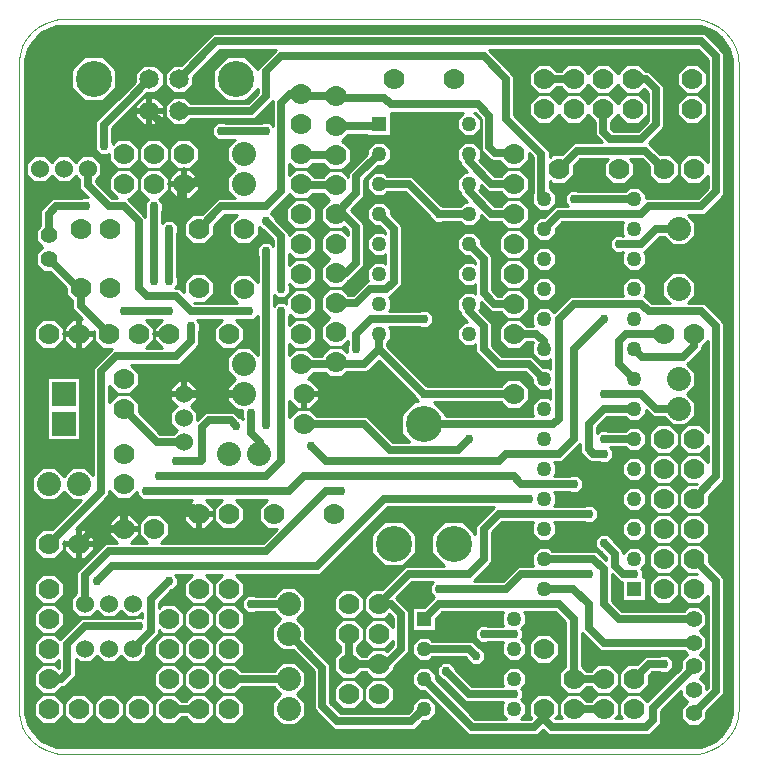
<source format=gbr>
G04 PROTEUS GERBER X2 FILE*
%TF.GenerationSoftware,Labcenter,Proteus,8.16-SP3-Build36097*%
%TF.CreationDate,2025-03-15T21:07:40+00:00*%
%TF.FileFunction,Copper,L1,Top*%
%TF.FilePolarity,Positive*%
%TF.Part,Single*%
%TF.SameCoordinates,{0eda3102-f78e-4ef4-8f68-bee456db5da4}*%
%FSLAX45Y45*%
%MOMM*%
G01*
%TA.AperFunction,Conductor*%
%ADD10C,0.635000*%
%TA.AperFunction,ViaPad*%
%ADD11C,0.762000*%
%TA.AperFunction,Conductor*%
%ADD12C,0.254000*%
%ADD13C,0.508000*%
%TA.AperFunction,ComponentPad*%
%ADD14R,1.270000X1.270000*%
%ADD15C,1.270000*%
%TA.AperFunction,ComponentPad*%
%ADD16C,1.778000*%
%ADD17C,2.032000*%
%TA.AperFunction,WasherPad*%
%ADD18C,1.397000*%
%TA.AperFunction,ComponentPad*%
%ADD19C,3.048000*%
%ADD70C,1.524000*%
%TA.AperFunction,ComponentPad*%
%ADD71R,2.032000X2.032000*%
%TA.AperFunction,WasherPad*%
%ADD20C,1.651000*%
%TA.AperFunction,Profile*%
%ADD21C,0.101600*%
%TD.AperFunction*%
%TA.AperFunction,Conductor*%
G36*
X+5791311Y-80633D02*
X+5822198Y-85348D01*
X+5884468Y-104682D01*
X+5939605Y-134612D01*
X+5987702Y-174298D01*
X+6027388Y-222396D01*
X+6057319Y-277533D01*
X+6076651Y-339801D01*
X+6081367Y-370689D01*
X+6083121Y-405412D01*
X+6083121Y-5863588D01*
X+6081367Y-5898311D01*
X+6076651Y-5929199D01*
X+6057319Y-5991467D01*
X+6027388Y-6046604D01*
X+5987702Y-6094702D01*
X+5939605Y-6134388D01*
X+5884468Y-6164318D01*
X+5822198Y-6183652D01*
X+5791311Y-6188367D01*
X+5756608Y-6190120D01*
X+425392Y-6190120D01*
X+390689Y-6188367D01*
X+359802Y-6183652D01*
X+297532Y-6164318D01*
X+242395Y-6134388D01*
X+194298Y-6094702D01*
X+154612Y-6046604D01*
X+124681Y-5991467D01*
X+105349Y-5929199D01*
X+100633Y-5898311D01*
X+98879Y-5863588D01*
X+98879Y-405412D01*
X+100633Y-370689D01*
X+105349Y-339801D01*
X+124681Y-277533D01*
X+154612Y-222396D01*
X+194298Y-174298D01*
X+242395Y-134612D01*
X+297532Y-104682D01*
X+359802Y-85348D01*
X+390689Y-80633D01*
X+425392Y-78880D01*
X+5756608Y-78880D01*
X+5791311Y-80633D01*
G37*
%TD.AperFunction*%
%LPC*%
G36*
X+5997890Y-291110D02*
X+6018349Y-311569D01*
X+6018349Y-1512431D01*
X+5850431Y-1680349D01*
X+5707913Y-1680349D01*
X+5770699Y-1743135D01*
X+5770699Y-1858865D01*
X+5688865Y-1940699D01*
X+5573135Y-1940699D01*
X+5503285Y-1870849D01*
X+5469431Y-1870849D01*
X+5342431Y-1997849D01*
X+5336532Y-1997849D01*
X+5351599Y-2012916D01*
X+5351599Y-2097084D01*
X+5292084Y-2156599D01*
X+5207916Y-2156599D01*
X+5148401Y-2097084D01*
X+5148401Y-2012916D01*
X+5163468Y-1997849D01*
X+5160913Y-1997849D01*
X+5154563Y-2004199D01*
X+5091437Y-2004199D01*
X+5046801Y-1959563D01*
X+5046801Y-1896437D01*
X+5091437Y-1851801D01*
X+5154563Y-1851801D01*
X+5160913Y-1858151D01*
X+5163468Y-1858151D01*
X+5148401Y-1843084D01*
X+5148401Y-1758916D01*
X+5163468Y-1743849D01*
X+4643931Y-1743849D01*
X+4589599Y-1798181D01*
X+4589599Y-1843084D01*
X+4530084Y-1902599D01*
X+4445916Y-1902599D01*
X+4386401Y-1843084D01*
X+4386401Y-1758916D01*
X+4445916Y-1699401D01*
X+4490819Y-1699401D01*
X+4586069Y-1604151D01*
X+4691389Y-1604151D01*
X+4665801Y-1578563D01*
X+4665801Y-1515437D01*
X+4710437Y-1470801D01*
X+4773563Y-1470801D01*
X+4779913Y-1477151D01*
X+5176166Y-1477151D01*
X+5207916Y-1445401D01*
X+5292084Y-1445401D01*
X+5351599Y-1504916D01*
X+5351599Y-1540651D01*
X+5792569Y-1540651D01*
X+5878651Y-1454569D01*
X+5878651Y-1351953D01*
X+5810605Y-1419999D01*
X+5705395Y-1419999D01*
X+5631001Y-1345605D01*
X+5631001Y-1240395D01*
X+5705395Y-1166001D01*
X+5810605Y-1166001D01*
X+5878651Y-1234047D01*
X+5878651Y-369431D01*
X+5792569Y-283349D01*
X+4021629Y-283349D01*
X+4240349Y-502069D01*
X+4240349Y-838619D01*
X+4538799Y-1137069D01*
X+4538799Y-1189597D01*
X+4562395Y-1166001D01*
X+4643219Y-1166001D01*
X+4741644Y-1067576D01*
X+4980852Y-1067576D01*
X+4922151Y-1008875D01*
X+4922151Y-894755D01*
X+4867000Y-839604D01*
X+4794605Y-911999D01*
X+4689395Y-911999D01*
X+4617000Y-839604D01*
X+4544605Y-911999D01*
X+4439395Y-911999D01*
X+4365001Y-837605D01*
X+4365001Y-732395D01*
X+4439395Y-658001D01*
X+4544605Y-658001D01*
X+4617000Y-730396D01*
X+4689395Y-658001D01*
X+4794605Y-658001D01*
X+4867000Y-730396D01*
X+4939395Y-658001D01*
X+5044605Y-658001D01*
X+5117000Y-730396D01*
X+5189395Y-658001D01*
X+5294605Y-658001D01*
X+5368999Y-732395D01*
X+5368999Y-837605D01*
X+5294605Y-911999D01*
X+5189395Y-911999D01*
X+5117000Y-839604D01*
X+5061849Y-894755D01*
X+5061849Y-951013D01*
X+5079987Y-969151D01*
X+5284569Y-969151D01*
X+5370651Y-883069D01*
X+5370651Y-646291D01*
X+5338482Y-614122D01*
X+5294605Y-657999D01*
X+5189395Y-657999D01*
X+5117000Y-585604D01*
X+5044605Y-657999D01*
X+4939395Y-657999D01*
X+4867000Y-585604D01*
X+4794605Y-657999D01*
X+4689395Y-657999D01*
X+4632245Y-600849D01*
X+4601755Y-600849D01*
X+4544605Y-657999D01*
X+4439395Y-657999D01*
X+4365001Y-583605D01*
X+4365001Y-478395D01*
X+4439395Y-404001D01*
X+4544605Y-404001D01*
X+4601755Y-461151D01*
X+4632245Y-461151D01*
X+4689395Y-404001D01*
X+4794605Y-404001D01*
X+4867000Y-476396D01*
X+4939395Y-404001D01*
X+5044605Y-404001D01*
X+5117000Y-476396D01*
X+5189395Y-404001D01*
X+5294605Y-404001D01*
X+5351755Y-461151D01*
X+5383071Y-461151D01*
X+5510349Y-588429D01*
X+5510349Y-940931D01*
X+5380530Y-1070750D01*
X+5475781Y-1166001D01*
X+5556605Y-1166001D01*
X+5630999Y-1240395D01*
X+5630999Y-1345605D01*
X+5556605Y-1419999D01*
X+5451395Y-1419999D01*
X+5377001Y-1345605D01*
X+5377001Y-1264781D01*
X+5319494Y-1207274D01*
X+5216878Y-1207274D01*
X+5249999Y-1240395D01*
X+5249999Y-1345605D01*
X+5175605Y-1419999D01*
X+5070395Y-1419999D01*
X+4996001Y-1345605D01*
X+4996001Y-1240395D01*
X+5029122Y-1207274D01*
X+4799506Y-1207274D01*
X+4741999Y-1264781D01*
X+4741999Y-1345605D01*
X+4667605Y-1419999D01*
X+4562395Y-1419999D01*
X+4538799Y-1396403D01*
X+4538799Y-1454116D01*
X+4589599Y-1504916D01*
X+4589599Y-1589084D01*
X+4530084Y-1648599D01*
X+4445916Y-1648599D01*
X+4386401Y-1589084D01*
X+4386401Y-1504916D01*
X+4399101Y-1492216D01*
X+4399101Y-1194931D01*
X+4360999Y-1156829D01*
X+4360999Y-1218605D01*
X+4286605Y-1292999D01*
X+4181395Y-1292999D01*
X+4114085Y-1225689D01*
X+4047589Y-1225689D01*
X+3958411Y-1136511D01*
X+3958411Y-872351D01*
X+3902809Y-816749D01*
X+3901432Y-816749D01*
X+3954599Y-869916D01*
X+3954599Y-954084D01*
X+3895084Y-1013599D01*
X+3810916Y-1013599D01*
X+3751401Y-954084D01*
X+3751401Y-869916D01*
X+3804568Y-816749D01*
X+3192599Y-816749D01*
X+3192599Y-1013599D01*
X+2989401Y-1013599D01*
X+2989401Y-1001849D01*
X+2835755Y-1001849D01*
X+2782604Y-1055000D01*
X+2852999Y-1125395D01*
X+2852999Y-1230605D01*
X+2778605Y-1304999D01*
X+2673395Y-1304999D01*
X+2616245Y-1247849D01*
X+2537755Y-1247849D01*
X+2488605Y-1296999D01*
X+2383395Y-1296999D01*
X+2335349Y-1248953D01*
X+2335349Y-1345047D01*
X+2383395Y-1297001D01*
X+2488605Y-1297001D01*
X+2553755Y-1362151D01*
X+2616245Y-1362151D01*
X+2673395Y-1305001D01*
X+2778605Y-1305001D01*
X+2830651Y-1357047D01*
X+2830651Y-1327569D01*
X+2989401Y-1168819D01*
X+2989401Y-1123916D01*
X+3048916Y-1064401D01*
X+3133084Y-1064401D01*
X+3192599Y-1123916D01*
X+3192599Y-1208084D01*
X+3133084Y-1267599D01*
X+3088181Y-1267599D01*
X+2970349Y-1385431D01*
X+2970349Y-1528431D01*
X+2854880Y-1643900D01*
X+2970349Y-1759369D01*
X+2970349Y-2114031D01*
X+2840531Y-2243849D01*
X+2835755Y-2243849D01*
X+2778605Y-2300999D01*
X+2673395Y-2300999D01*
X+2599001Y-2226605D01*
X+2599001Y-2121395D01*
X+2669396Y-2051000D01*
X+2599001Y-1980605D01*
X+2599001Y-1875395D01*
X+2673395Y-1801001D01*
X+2778605Y-1801001D01*
X+2830651Y-1853047D01*
X+2830651Y-1817231D01*
X+2796512Y-1783092D01*
X+2778605Y-1800999D01*
X+2673395Y-1800999D01*
X+2599001Y-1726605D01*
X+2599001Y-1621395D01*
X+2667396Y-1553000D01*
X+2616245Y-1501849D01*
X+2537755Y-1501849D01*
X+2488605Y-1550999D01*
X+2383395Y-1550999D01*
X+2335349Y-1502953D01*
X+2335349Y-1512431D01*
X+2178271Y-1669509D01*
X+2214699Y-1705937D01*
X+2214699Y-1714919D01*
X+2335349Y-1835569D01*
X+2335349Y-1853047D01*
X+2383395Y-1805001D01*
X+2488605Y-1805001D01*
X+2562999Y-1879395D01*
X+2562999Y-1984605D01*
X+2488605Y-2058999D01*
X+2383395Y-2058999D01*
X+2335349Y-2010953D01*
X+2335349Y-2107047D01*
X+2383395Y-2059001D01*
X+2488605Y-2059001D01*
X+2562999Y-2133395D01*
X+2562999Y-2238605D01*
X+2488605Y-2312999D01*
X+2383395Y-2312999D01*
X+2335349Y-2264953D01*
X+2335349Y-2271087D01*
X+2341699Y-2277437D01*
X+2341699Y-2340563D01*
X+2297063Y-2385199D01*
X+2233937Y-2385199D01*
X+2208349Y-2359611D01*
X+2208349Y-2448889D01*
X+2233937Y-2423301D01*
X+2297063Y-2423301D01*
X+2309001Y-2435239D01*
X+2309001Y-2387395D01*
X+2383395Y-2313001D01*
X+2488605Y-2313001D01*
X+2562999Y-2387395D01*
X+2562999Y-2492605D01*
X+2488605Y-2566999D01*
X+2383395Y-2566999D01*
X+2341699Y-2525303D01*
X+2341699Y-2531063D01*
X+2335349Y-2537413D01*
X+2335349Y-2615047D01*
X+2383395Y-2567001D01*
X+2488605Y-2567001D01*
X+2562999Y-2641395D01*
X+2562999Y-2746605D01*
X+2488605Y-2820999D01*
X+2383395Y-2820999D01*
X+2335349Y-2772953D01*
X+2335349Y-2869047D01*
X+2383395Y-2821001D01*
X+2488605Y-2821001D01*
X+2545755Y-2878151D01*
X+2599001Y-2878151D01*
X+2599001Y-2875395D01*
X+2673395Y-2801001D01*
X+2778605Y-2801001D01*
X+2824301Y-2846697D01*
X+2824301Y-2785437D01*
X+2830651Y-2779087D01*
X+2830651Y-2748953D01*
X+2778605Y-2800999D01*
X+2673395Y-2800999D01*
X+2599001Y-2726605D01*
X+2599001Y-2621395D01*
X+2669396Y-2551000D01*
X+2599001Y-2480605D01*
X+2599001Y-2375395D01*
X+2673395Y-2301001D01*
X+2778605Y-2301001D01*
X+2835755Y-2358151D01*
X+2871569Y-2358151D01*
X+2990569Y-2239151D01*
X+3004468Y-2239151D01*
X+2989401Y-2224084D01*
X+2989401Y-2139916D01*
X+3048916Y-2080401D01*
X+3133084Y-2080401D01*
X+3148151Y-2095468D01*
X+3148151Y-2014532D01*
X+3133084Y-2029599D01*
X+3048916Y-2029599D01*
X+2989401Y-1970084D01*
X+2989401Y-1885916D01*
X+3048916Y-1826401D01*
X+3133084Y-1826401D01*
X+3148151Y-1841468D01*
X+3148151Y-1829931D01*
X+3093819Y-1775599D01*
X+3048916Y-1775599D01*
X+2989401Y-1716084D01*
X+2989401Y-1631916D01*
X+3048916Y-1572401D01*
X+3133084Y-1572401D01*
X+3192599Y-1631916D01*
X+3192599Y-1676819D01*
X+3287849Y-1772069D01*
X+3287849Y-2276971D01*
X+3185971Y-2378849D01*
X+3177532Y-2378849D01*
X+3192599Y-2393916D01*
X+3192599Y-2478084D01*
X+3177532Y-2493151D01*
X+3434087Y-2493151D01*
X+3440437Y-2486801D01*
X+3503563Y-2486801D01*
X+3548199Y-2531437D01*
X+3548199Y-2594563D01*
X+3503563Y-2639199D01*
X+3440437Y-2639199D01*
X+3434087Y-2632849D01*
X+3177532Y-2632849D01*
X+3192599Y-2647916D01*
X+3192599Y-2732084D01*
X+3160849Y-2763834D01*
X+3160849Y-2788069D01*
X+3494581Y-3121801D01*
X+3503563Y-3121801D01*
X+3509913Y-3128151D01*
X+4124245Y-3128151D01*
X+4181395Y-3071001D01*
X+4286605Y-3071001D01*
X+4360999Y-3145395D01*
X+4360999Y-3250605D01*
X+4286605Y-3324999D01*
X+4181395Y-3324999D01*
X+4124245Y-3267849D01*
X+3557255Y-3267849D01*
X+3662499Y-3373093D01*
X+3662499Y-3382151D01*
X+4401468Y-3382151D01*
X+4386401Y-3367084D01*
X+4386401Y-3282916D01*
X+4445916Y-3223401D01*
X+4530084Y-3223401D01*
X+4545151Y-3238468D01*
X+4545151Y-3157532D01*
X+4530084Y-3172599D01*
X+4445916Y-3172599D01*
X+4386401Y-3113084D01*
X+4386401Y-3068181D01*
X+4332069Y-3013849D01*
X+4078069Y-3013849D01*
X+3910151Y-2845931D01*
X+3910151Y-2776532D01*
X+3895084Y-2791599D01*
X+3810916Y-2791599D01*
X+3751401Y-2732084D01*
X+3751401Y-2647916D01*
X+3810916Y-2588401D01*
X+3843121Y-2588401D01*
X+3783151Y-2528431D01*
X+3783151Y-2509834D01*
X+3751401Y-2478084D01*
X+3751401Y-2393916D01*
X+3810916Y-2334401D01*
X+3895084Y-2334401D01*
X+3910151Y-2349468D01*
X+3910151Y-2268532D01*
X+3895084Y-2283599D01*
X+3810916Y-2283599D01*
X+3751401Y-2224084D01*
X+3751401Y-2139916D01*
X+3810916Y-2080401D01*
X+3895084Y-2080401D01*
X+3910151Y-2095468D01*
X+3910151Y-2083931D01*
X+3855819Y-2029599D01*
X+3810916Y-2029599D01*
X+3751401Y-1970084D01*
X+3751401Y-1885916D01*
X+3810916Y-1826401D01*
X+3895084Y-1826401D01*
X+3954599Y-1885916D01*
X+3954599Y-1930819D01*
X+4049849Y-2026069D01*
X+4049849Y-2315629D01*
X+4100371Y-2366151D01*
X+4124245Y-2366151D01*
X+4181395Y-2309001D01*
X+4286605Y-2309001D01*
X+4360999Y-2383395D01*
X+4360999Y-2488605D01*
X+4286605Y-2562999D01*
X+4181395Y-2562999D01*
X+4124245Y-2505849D01*
X+4042509Y-2505849D01*
X+3954599Y-2417939D01*
X+3954599Y-2478084D01*
X+3942481Y-2490202D01*
X+4049849Y-2597569D01*
X+4049849Y-2788069D01*
X+4135931Y-2874151D01*
X+4389931Y-2874151D01*
X+4485181Y-2969401D01*
X+4530084Y-2969401D01*
X+4545151Y-2984468D01*
X+4545151Y-2903532D01*
X+4530084Y-2918599D01*
X+4445916Y-2918599D01*
X+4386401Y-2859084D01*
X+4386401Y-2774916D01*
X+4398518Y-2762799D01*
X+4395569Y-2759849D01*
X+4343755Y-2759849D01*
X+4286605Y-2816999D01*
X+4181395Y-2816999D01*
X+4107001Y-2742605D01*
X+4107001Y-2637395D01*
X+4181395Y-2563001D01*
X+4286605Y-2563001D01*
X+4343755Y-2620151D01*
X+4401468Y-2620151D01*
X+4386401Y-2605084D01*
X+4386401Y-2520916D01*
X+4445916Y-2461401D01*
X+4530084Y-2461401D01*
X+4573951Y-2505269D01*
X+4713069Y-2366151D01*
X+5163468Y-2366151D01*
X+5148401Y-2351084D01*
X+5148401Y-2266916D01*
X+5207916Y-2207401D01*
X+5292084Y-2207401D01*
X+5351599Y-2266916D01*
X+5351599Y-2351084D01*
X+5336532Y-2366151D01*
X+5342431Y-2366151D01*
X+5405931Y-2429651D01*
X+5554087Y-2429651D01*
X+5491301Y-2366865D01*
X+5491301Y-2251135D01*
X+5573135Y-2169301D01*
X+5688865Y-2169301D01*
X+5770699Y-2251135D01*
X+5770699Y-2366865D01*
X+5707913Y-2429651D01*
X+5850431Y-2429651D01*
X+6018349Y-2597569D01*
X+6018349Y-3925431D01*
X+5884999Y-4058781D01*
X+5884999Y-4139605D01*
X+5810605Y-4213999D01*
X+5705395Y-4213999D01*
X+5631001Y-4139605D01*
X+5631001Y-4034395D01*
X+5705395Y-3960001D01*
X+5786219Y-3960001D01*
X+5786221Y-3959999D01*
X+5705395Y-3959999D01*
X+5631001Y-3885605D01*
X+5631001Y-3780395D01*
X+5705395Y-3706001D01*
X+5810605Y-3706001D01*
X+5878651Y-3774047D01*
X+5878651Y-3637953D01*
X+5810605Y-3705999D01*
X+5705395Y-3705999D01*
X+5631001Y-3631605D01*
X+5631001Y-3526395D01*
X+5705395Y-3452001D01*
X+5810605Y-3452001D01*
X+5878651Y-3520047D01*
X+5878651Y-2748953D01*
X+5827849Y-2799755D01*
X+5827849Y-2823071D01*
X+5704242Y-2946678D01*
X+5770699Y-3013135D01*
X+5770699Y-3128865D01*
X+5701564Y-3198000D01*
X+5770699Y-3267135D01*
X+5770699Y-3382865D01*
X+5688865Y-3464699D01*
X+5573135Y-3464699D01*
X+5503285Y-3394849D01*
X+5411569Y-3394849D01*
X+5351599Y-3334879D01*
X+5351599Y-3367084D01*
X+5292084Y-3426599D01*
X+5207916Y-3426599D01*
X+5176166Y-3394849D01*
X+5024931Y-3394849D01*
X+4938849Y-3480931D01*
X+4938849Y-3528389D01*
X+4964437Y-3502801D01*
X+5027563Y-3502801D01*
X+5033913Y-3509151D01*
X+5176166Y-3509151D01*
X+5207916Y-3477401D01*
X+5292084Y-3477401D01*
X+5351599Y-3536916D01*
X+5351599Y-3621084D01*
X+5292084Y-3680599D01*
X+5207916Y-3680599D01*
X+5176166Y-3648849D01*
X+5046611Y-3648849D01*
X+5072199Y-3674437D01*
X+5072199Y-3737563D01*
X+5027563Y-3782199D01*
X+4964437Y-3782199D01*
X+4958087Y-3775849D01*
X+4878169Y-3775849D01*
X+4799151Y-3696831D01*
X+4799151Y-3620629D01*
X+4643931Y-3775849D01*
X+4574532Y-3775849D01*
X+4589599Y-3790916D01*
X+4589599Y-3875084D01*
X+4574532Y-3890151D01*
X+4704087Y-3890151D01*
X+4710437Y-3883801D01*
X+4773563Y-3883801D01*
X+4818199Y-3928437D01*
X+4818199Y-3991563D01*
X+4773563Y-4036199D01*
X+4710437Y-4036199D01*
X+4704087Y-4029849D01*
X+4574532Y-4029849D01*
X+4589599Y-4044916D01*
X+4589599Y-4129084D01*
X+4574532Y-4144151D01*
X+4831087Y-4144151D01*
X+4837437Y-4137801D01*
X+4900563Y-4137801D01*
X+4945199Y-4182437D01*
X+4945199Y-4245563D01*
X+4900563Y-4290199D01*
X+4837437Y-4290199D01*
X+4831087Y-4283849D01*
X+4574532Y-4283849D01*
X+4589599Y-4298916D01*
X+4589599Y-4383084D01*
X+4530084Y-4442599D01*
X+4445916Y-4442599D01*
X+4386401Y-4383084D01*
X+4386401Y-4298916D01*
X+4401468Y-4283849D01*
X+4135931Y-4283849D01*
X+4049849Y-4369931D01*
X+4049849Y-4623931D01*
X+3894629Y-4779151D01*
X+4141569Y-4779151D01*
X+4268569Y-4652151D01*
X+4401468Y-4652151D01*
X+4386401Y-4637084D01*
X+4386401Y-4552916D01*
X+4445916Y-4493401D01*
X+4530084Y-4493401D01*
X+4561834Y-4525151D01*
X+4938571Y-4525151D01*
X+5020131Y-4606711D01*
X+5020131Y-4583291D01*
X+4973419Y-4536579D01*
X+4964437Y-4536579D01*
X+4919801Y-4491943D01*
X+4919801Y-4428817D01*
X+4964437Y-4384181D01*
X+5027563Y-4384181D01*
X+5072199Y-4428817D01*
X+5072199Y-4437799D01*
X+5159829Y-4525429D01*
X+5159829Y-4541488D01*
X+5207916Y-4493401D01*
X+5292084Y-4493401D01*
X+5351599Y-4552916D01*
X+5351599Y-4637084D01*
X+5312222Y-4676461D01*
X+5326199Y-4690437D01*
X+5326199Y-4747401D01*
X+5351599Y-4747401D01*
X+5351599Y-4950599D01*
X+5148401Y-4950599D01*
X+5148401Y-4791849D01*
X+5132169Y-4791849D01*
X+5065849Y-4725529D01*
X+5065849Y-4947069D01*
X+5151931Y-5033151D01*
X+5675186Y-5033151D01*
X+5713286Y-4995051D01*
X+5802714Y-4995051D01*
X+5865949Y-5058286D01*
X+5865949Y-5147714D01*
X+5810663Y-5203000D01*
X+5865949Y-5258286D01*
X+5865949Y-5347714D01*
X+5810663Y-5403000D01*
X+5865949Y-5458286D01*
X+5865949Y-5547714D01*
X+5810663Y-5603000D01*
X+5865949Y-5658286D01*
X+5865949Y-5696271D01*
X+5878651Y-5683569D01*
X+5878651Y-4907953D01*
X+5810605Y-4975999D01*
X+5705395Y-4975999D01*
X+5631001Y-4901605D01*
X+5631001Y-4796395D01*
X+5705395Y-4722001D01*
X+5786221Y-4722001D01*
X+5786219Y-4721999D01*
X+5705395Y-4721999D01*
X+5631001Y-4647605D01*
X+5631001Y-4542395D01*
X+5705395Y-4468001D01*
X+5810605Y-4468001D01*
X+5884999Y-4542395D01*
X+5884999Y-4623219D01*
X+6018349Y-4756569D01*
X+6018349Y-5741431D01*
X+5865949Y-5893831D01*
X+5865949Y-5947714D01*
X+5802714Y-6010949D01*
X+5713286Y-6010949D01*
X+5650051Y-5947714D01*
X+5650051Y-5858286D01*
X+5705337Y-5803000D01*
X+5650051Y-5747714D01*
X+5650051Y-5713589D01*
X+5479869Y-5883771D01*
X+5479869Y-5991151D01*
X+5386613Y-6084407D01*
X+4527347Y-6084407D01*
X+4482920Y-6039980D01*
X+4435461Y-6087439D01*
X+3849659Y-6087439D01*
X+3474819Y-5712599D01*
X+3429916Y-5712599D01*
X+3370401Y-5653084D01*
X+3370401Y-5568916D01*
X+3429916Y-5509401D01*
X+3514084Y-5509401D01*
X+3573599Y-5568916D01*
X+3573599Y-5613819D01*
X+3907521Y-5947741D01*
X+4173058Y-5947741D01*
X+4132401Y-5907084D01*
X+4132401Y-5822916D01*
X+4147468Y-5807849D01*
X+3824069Y-5807849D01*
X+3639919Y-5623699D01*
X+3630937Y-5623699D01*
X+3586301Y-5579063D01*
X+3586301Y-5515937D01*
X+3592651Y-5509587D01*
X+3592651Y-5500830D01*
X+3607600Y-5494638D01*
X+3630937Y-5471301D01*
X+3663937Y-5471301D01*
X+3678888Y-5465108D01*
X+3685081Y-5471301D01*
X+3694063Y-5471301D01*
X+3738699Y-5515937D01*
X+3738699Y-5524919D01*
X+3881931Y-5668151D01*
X+4147468Y-5668151D01*
X+4132401Y-5653084D01*
X+4132401Y-5568916D01*
X+4191916Y-5509401D01*
X+4276084Y-5509401D01*
X+4335599Y-5568916D01*
X+4335599Y-5653084D01*
X+4296222Y-5692461D01*
X+4310199Y-5706437D01*
X+4310199Y-5769563D01*
X+4296222Y-5783540D01*
X+4335599Y-5822916D01*
X+4335599Y-5907084D01*
X+4294942Y-5947741D01*
X+4377599Y-5947741D01*
X+4384368Y-5940972D01*
X+4361001Y-5917605D01*
X+4361001Y-5812395D01*
X+4435395Y-5738001D01*
X+4540605Y-5738001D01*
X+4614999Y-5812395D01*
X+4614999Y-5917605D01*
X+4587895Y-5944709D01*
X+4642105Y-5944709D01*
X+4615001Y-5917605D01*
X+4615001Y-5812395D01*
X+4689395Y-5738001D01*
X+4794605Y-5738001D01*
X+4851755Y-5795151D01*
X+4886245Y-5795151D01*
X+4943395Y-5738001D01*
X+5048605Y-5738001D01*
X+5122999Y-5812395D01*
X+5122999Y-5917605D01*
X+5095895Y-5944709D01*
X+5150105Y-5944709D01*
X+5123001Y-5917605D01*
X+5123001Y-5812395D01*
X+5197395Y-5738001D01*
X+5302605Y-5738001D01*
X+5365342Y-5800738D01*
X+5650051Y-5516029D01*
X+5650051Y-5458286D01*
X+5705337Y-5403000D01*
X+5675186Y-5372849D01*
X+4967069Y-5372849D01*
X+4811849Y-5217629D01*
X+4811849Y-5501245D01*
X+4851755Y-5541151D01*
X+4886245Y-5541151D01*
X+4943395Y-5484001D01*
X+5048605Y-5484001D01*
X+5122999Y-5558395D01*
X+5122999Y-5663605D01*
X+5048605Y-5737999D01*
X+4943395Y-5737999D01*
X+4886245Y-5680849D01*
X+4851755Y-5680849D01*
X+4794605Y-5737999D01*
X+4689395Y-5737999D01*
X+4615001Y-5663605D01*
X+4615001Y-5558395D01*
X+4672151Y-5501245D01*
X+4672151Y-5131931D01*
X+4586069Y-5045849D01*
X+4320532Y-5045849D01*
X+4335599Y-5060916D01*
X+4335599Y-5145084D01*
X+4296222Y-5184461D01*
X+4310199Y-5198437D01*
X+4310199Y-5261563D01*
X+4296222Y-5275540D01*
X+4335599Y-5314916D01*
X+4335599Y-5399084D01*
X+4276084Y-5458599D01*
X+4191916Y-5458599D01*
X+4132401Y-5399084D01*
X+4132401Y-5314916D01*
X+4147468Y-5299849D01*
X+4017913Y-5299849D01*
X+4011563Y-5306199D01*
X+3948437Y-5306199D01*
X+3903801Y-5261563D01*
X+3903801Y-5198437D01*
X+3948437Y-5153801D01*
X+4011563Y-5153801D01*
X+4017913Y-5160151D01*
X+4147468Y-5160151D01*
X+4132401Y-5145084D01*
X+4132401Y-5060916D01*
X+4147468Y-5045849D01*
X+3627931Y-5045849D01*
X+3573599Y-5100181D01*
X+3573599Y-5204599D01*
X+3370401Y-5204599D01*
X+3370401Y-5001401D01*
X+3474819Y-5001401D01*
X+3559229Y-4916991D01*
X+3522801Y-4880563D01*
X+3522801Y-4817437D01*
X+3548389Y-4791849D01*
X+3373931Y-4791849D01*
X+3240580Y-4925200D01*
X+3351349Y-5035969D01*
X+3351349Y-5382121D01*
X+3220744Y-5512726D01*
X+3217999Y-5519353D01*
X+3217999Y-5536605D01*
X+3205799Y-5548805D01*
X+3203710Y-5553849D01*
X+3200755Y-5553849D01*
X+3143605Y-5610999D01*
X+3038395Y-5610999D01*
X+2981245Y-5553849D01*
X+2946755Y-5553849D01*
X+2889605Y-5610999D01*
X+2784395Y-5610999D01*
X+2710001Y-5536605D01*
X+2710001Y-5431395D01*
X+2767151Y-5374245D01*
X+2767151Y-5339755D01*
X+2710001Y-5282605D01*
X+2710001Y-5177395D01*
X+2784395Y-5103001D01*
X+2889605Y-5103001D01*
X+2963999Y-5177395D01*
X+2963999Y-5282605D01*
X+2906849Y-5339755D01*
X+2906849Y-5374245D01*
X+2946755Y-5414151D01*
X+2981245Y-5414151D01*
X+3038395Y-5357001D01*
X+3143605Y-5357001D01*
X+3161257Y-5374653D01*
X+3211651Y-5324259D01*
X+3211651Y-5288953D01*
X+3143605Y-5356999D01*
X+3038395Y-5356999D01*
X+2964001Y-5282605D01*
X+2964001Y-5177395D01*
X+3038395Y-5103001D01*
X+3143605Y-5103001D01*
X+3211651Y-5171047D01*
X+3211651Y-5093831D01*
X+3182212Y-5064392D01*
X+3143605Y-5102999D01*
X+3038395Y-5102999D01*
X+2964001Y-5028605D01*
X+2964001Y-4923395D01*
X+3038395Y-4849001D01*
X+3119219Y-4849001D01*
X+3316069Y-4652151D01*
X+3640745Y-4652151D01*
X+3535501Y-4546907D01*
X+3535501Y-4389093D01*
X+3647093Y-4277501D01*
X+3804907Y-4277501D01*
X+3910151Y-4382745D01*
X+3910151Y-4312069D01*
X+4065371Y-4156849D01*
X+3168191Y-4156849D01*
X+2596691Y-4728349D01*
X+1879953Y-4728349D01*
X+1947999Y-4796395D01*
X+1947999Y-4901605D01*
X+1873605Y-4975999D01*
X+1768395Y-4975999D01*
X+1694001Y-4901605D01*
X+1694001Y-4796395D01*
X+1762047Y-4728349D01*
X+1625953Y-4728349D01*
X+1693999Y-4796395D01*
X+1693999Y-4901605D01*
X+1619605Y-4975999D01*
X+1514395Y-4975999D01*
X+1440001Y-4901605D01*
X+1440001Y-4796395D01*
X+1508047Y-4728349D01*
X+1363611Y-4728349D01*
X+1389199Y-4753937D01*
X+1389199Y-4817063D01*
X+1344563Y-4861699D01*
X+1335581Y-4861699D01*
X+1230449Y-4966831D01*
X+1230449Y-5005947D01*
X+1260395Y-4976001D01*
X+1365605Y-4976001D01*
X+1439999Y-5050395D01*
X+1439999Y-5155605D01*
X+1365605Y-5229999D01*
X+1260395Y-5229999D01*
X+1230449Y-5200053D01*
X+1230449Y-5233531D01*
X+1122499Y-5341481D01*
X+1122499Y-5404344D01*
X+1055544Y-5471299D01*
X+960856Y-5471299D01*
X+906600Y-5417043D01*
X+852344Y-5471299D01*
X+757656Y-5471299D01*
X+703400Y-5417043D01*
X+649144Y-5471299D01*
X+554456Y-5471299D01*
X+525599Y-5442442D01*
X+525599Y-5587861D01*
X+432611Y-5680849D01*
X+406755Y-5680849D01*
X+349605Y-5737999D01*
X+244395Y-5737999D01*
X+170001Y-5663605D01*
X+170001Y-5558395D01*
X+244395Y-5484001D01*
X+349605Y-5484001D01*
X+385901Y-5520297D01*
X+385901Y-5447703D01*
X+349605Y-5483999D01*
X+244395Y-5483999D01*
X+170001Y-5409605D01*
X+170001Y-5304395D01*
X+244395Y-5230001D01*
X+349605Y-5230001D01*
X+394562Y-5274958D01*
X+572869Y-5096651D01*
X+1021087Y-5096651D01*
X+1027437Y-5090301D01*
X+1090563Y-5090301D01*
X+1090751Y-5090489D01*
X+1090751Y-5055092D01*
X+1055544Y-5090299D01*
X+960856Y-5090299D01*
X+906600Y-5036043D01*
X+852344Y-5090299D01*
X+757656Y-5090299D01*
X+703400Y-5036043D01*
X+649144Y-5090299D01*
X+554456Y-5090299D01*
X+487501Y-5023344D01*
X+487501Y-4928656D01*
X+531951Y-4884206D01*
X+531951Y-4705769D01*
X+776069Y-4461651D01*
X+873047Y-4461651D01*
X+805001Y-4393605D01*
X+805001Y-4288395D01*
X+879395Y-4214001D01*
X+984605Y-4214001D01*
X+1058999Y-4288395D01*
X+1058999Y-4393605D01*
X+990953Y-4461651D01*
X+1127047Y-4461651D01*
X+1059001Y-4393605D01*
X+1059001Y-4288395D01*
X+1133395Y-4214001D01*
X+1238605Y-4214001D01*
X+1312999Y-4288395D01*
X+1312999Y-4393605D01*
X+1244953Y-4461651D01*
X+2108299Y-4461651D01*
X+2228951Y-4340999D01*
X+2149395Y-4340999D01*
X+2075001Y-4266605D01*
X+2075001Y-4161395D01*
X+2143047Y-4093349D01*
X+1879953Y-4093349D01*
X+1947999Y-4161395D01*
X+1947999Y-4266605D01*
X+1873605Y-4340999D01*
X+1768395Y-4340999D01*
X+1694001Y-4266605D01*
X+1694001Y-4161395D01*
X+1762047Y-4093349D01*
X+1625953Y-4093349D01*
X+1693999Y-4161395D01*
X+1693999Y-4266605D01*
X+1619605Y-4340999D01*
X+1514395Y-4340999D01*
X+1440001Y-4266605D01*
X+1440001Y-4161395D01*
X+1508047Y-4093349D01*
X+1160413Y-4093349D01*
X+1154063Y-4099699D01*
X+1090937Y-4099699D01*
X+1046301Y-4055063D01*
X+1046301Y-4025303D01*
X+984605Y-4086999D01*
X+879395Y-4086999D01*
X+811349Y-4018953D01*
X+811349Y-4054972D01*
X+525320Y-4341001D01*
X+603605Y-4341001D01*
X+677999Y-4415395D01*
X+677999Y-4520605D01*
X+603605Y-4594999D01*
X+498395Y-4594999D01*
X+424001Y-4520605D01*
X+424001Y-4442320D01*
X+423999Y-4442322D01*
X+423999Y-4520605D01*
X+349605Y-4594999D01*
X+244395Y-4594999D01*
X+170001Y-4520605D01*
X+170001Y-4415395D01*
X+244395Y-4341001D01*
X+327760Y-4341001D01*
X+569062Y-4099699D01*
X+493135Y-4099699D01*
X+424000Y-4030564D01*
X+354865Y-4099699D01*
X+239135Y-4099699D01*
X+157301Y-4017865D01*
X+157301Y-3902135D01*
X+239135Y-3820301D01*
X+354865Y-3820301D01*
X+424000Y-3889436D01*
X+493135Y-3820301D01*
X+608865Y-3820301D01*
X+671651Y-3883087D01*
X+671651Y-2978569D01*
X+833221Y-2816999D01*
X+752395Y-2816999D01*
X+678001Y-2742605D01*
X+678001Y-2661781D01*
X+677999Y-2661779D01*
X+677999Y-2742605D01*
X+603605Y-2816999D01*
X+498395Y-2816999D01*
X+424001Y-2742605D01*
X+424001Y-2637395D01*
X+498395Y-2563001D01*
X+579221Y-2563001D01*
X+497151Y-2480931D01*
X+497151Y-2410755D01*
X+440001Y-2353605D01*
X+440001Y-2296781D01*
X+306169Y-2162949D01*
X+252286Y-2162949D01*
X+189051Y-2099714D01*
X+189051Y-2010286D01*
X+244337Y-1955000D01*
X+189051Y-1899714D01*
X+189051Y-1810286D01*
X+227151Y-1772186D01*
X+227151Y-1642529D01*
X+329029Y-1540651D01*
X+576587Y-1540651D01*
X+582937Y-1534301D01*
X+630021Y-1534301D01*
X+557352Y-1461632D01*
X+557352Y-1432700D01*
X+557351Y-1384795D01*
X+525599Y-1353044D01*
X+471344Y-1407299D01*
X+376656Y-1407299D01*
X+322400Y-1353043D01*
X+268144Y-1407299D01*
X+173456Y-1407299D01*
X+106501Y-1340344D01*
X+106501Y-1245656D01*
X+173456Y-1178701D01*
X+268144Y-1178701D01*
X+322400Y-1232957D01*
X+376656Y-1178701D01*
X+471344Y-1178701D01*
X+525600Y-1232957D01*
X+579856Y-1178701D01*
X+674544Y-1178701D01*
X+741499Y-1245656D01*
X+741499Y-1340344D01*
X+697048Y-1384795D01*
X+697048Y-1403769D01*
X+833930Y-1540651D01*
X+873047Y-1540651D01*
X+805001Y-1472605D01*
X+805001Y-1367395D01*
X+879395Y-1293001D01*
X+984605Y-1293001D01*
X+1058999Y-1367395D01*
X+1058999Y-1472605D01*
X+984605Y-1546999D01*
X+967279Y-1546999D01*
X+1116151Y-1695871D01*
X+1116151Y-1648413D01*
X+1109801Y-1642063D01*
X+1109801Y-1578937D01*
X+1141739Y-1546999D01*
X+1133395Y-1546999D01*
X+1059001Y-1472605D01*
X+1059001Y-1367395D01*
X+1133395Y-1293001D01*
X+1238605Y-1293001D01*
X+1312999Y-1367395D01*
X+1312999Y-1472605D01*
X+1238605Y-1546999D01*
X+1230261Y-1546999D01*
X+1262199Y-1578937D01*
X+1262199Y-1642063D01*
X+1255849Y-1648413D01*
X+1255849Y-1750389D01*
X+1281437Y-1724801D01*
X+1344563Y-1724801D01*
X+1389199Y-1769437D01*
X+1389199Y-1832563D01*
X+1382849Y-1838913D01*
X+1382849Y-2207587D01*
X+1389199Y-2213937D01*
X+1389199Y-2277063D01*
X+1363611Y-2302651D01*
X+1405431Y-2302651D01*
X+1440001Y-2337221D01*
X+1440001Y-2248395D01*
X+1514395Y-2174001D01*
X+1619605Y-2174001D01*
X+1693999Y-2248395D01*
X+1693999Y-2353605D01*
X+1619605Y-2427999D01*
X+1530779Y-2427999D01*
X+1532431Y-2429651D01*
X+1889047Y-2429651D01*
X+1821001Y-2361605D01*
X+1821001Y-2256395D01*
X+1895395Y-2182001D01*
X+2000605Y-2182001D01*
X+2068651Y-2250047D01*
X+2068651Y-2029413D01*
X+2062301Y-2023063D01*
X+2062301Y-1959937D01*
X+2106937Y-1915301D01*
X+2170063Y-1915301D01*
X+2195651Y-1940889D01*
X+2195651Y-1893431D01*
X+2115919Y-1813699D01*
X+2106937Y-1813699D01*
X+2074999Y-1781761D01*
X+2074999Y-1853605D01*
X+2000605Y-1927999D01*
X+1895395Y-1927999D01*
X+1821001Y-1853605D01*
X+1821001Y-1748395D01*
X+1889047Y-1680349D01*
X+1786431Y-1680349D01*
X+1693999Y-1772781D01*
X+1693999Y-1853605D01*
X+1619605Y-1927999D01*
X+1514395Y-1927999D01*
X+1440001Y-1853605D01*
X+1440001Y-1748395D01*
X+1514395Y-1674001D01*
X+1595219Y-1674001D01*
X+1728569Y-1540651D01*
X+1871087Y-1540651D01*
X+1808301Y-1477865D01*
X+1808301Y-1362135D01*
X+1877436Y-1293000D01*
X+1808301Y-1223865D01*
X+1808301Y-1108135D01*
X+1871087Y-1045349D01*
X+1795413Y-1045349D01*
X+1789063Y-1051699D01*
X+1725937Y-1051699D01*
X+1681301Y-1007063D01*
X+1681301Y-943937D01*
X+1725937Y-899301D01*
X+1789063Y-899301D01*
X+1795413Y-905651D01*
X+2100587Y-905651D01*
X+2106937Y-899301D01*
X+2170063Y-899301D01*
X+2195651Y-924889D01*
X+2195651Y-718509D01*
X+2040431Y-873729D01*
X+1499614Y-873729D01*
X+1448814Y-924529D01*
X+1348866Y-924529D01*
X+1278191Y-853854D01*
X+1278191Y-753906D01*
X+1348866Y-683231D01*
X+1448814Y-683231D01*
X+1499614Y-734031D01*
X+1982569Y-734031D01*
X+2068651Y-647949D01*
X+2068651Y-613715D01*
X+1960867Y-721499D01*
X+1803053Y-721499D01*
X+1691461Y-609907D01*
X+1691461Y-452093D01*
X+1803053Y-340501D01*
X+1960867Y-340501D01*
X+2068651Y-448285D01*
X+2068651Y-438569D01*
X+2223871Y-283349D01*
X+1746371Y-283349D01*
X+1519489Y-510231D01*
X+1519489Y-582074D01*
X+1448814Y-652749D01*
X+1348866Y-652749D01*
X+1278191Y-582074D01*
X+1278191Y-482126D01*
X+1348866Y-411451D01*
X+1420709Y-411451D01*
X+1688509Y-143651D01*
X+5850431Y-143651D01*
X+5997890Y-291110D01*
G37*
G36*
X+3954599Y-1123916D02*
X+3954599Y-1208084D01*
X+3942481Y-1220202D01*
X+4072430Y-1350151D01*
X+4124245Y-1350151D01*
X+4181395Y-1293001D01*
X+4286605Y-1293001D01*
X+4360999Y-1367395D01*
X+4360999Y-1472605D01*
X+4286605Y-1546999D01*
X+4181395Y-1546999D01*
X+4124245Y-1489849D01*
X+4014569Y-1489849D01*
X+3954599Y-1429879D01*
X+3954599Y-1462084D01*
X+3942481Y-1474202D01*
X+4072430Y-1604151D01*
X+4124245Y-1604151D01*
X+4181395Y-1547001D01*
X+4286605Y-1547001D01*
X+4360999Y-1621395D01*
X+4360999Y-1726605D01*
X+4286605Y-1800999D01*
X+4181395Y-1800999D01*
X+4124245Y-1743849D01*
X+4014569Y-1743849D01*
X+3954599Y-1683879D01*
X+3954599Y-1716084D01*
X+3895084Y-1775599D01*
X+3810916Y-1775599D01*
X+3779166Y-1743849D01*
X+3636913Y-1743849D01*
X+3630563Y-1750199D01*
X+3567437Y-1750199D01*
X+3522801Y-1705563D01*
X+3522801Y-1696581D01*
X+3316069Y-1489849D01*
X+3164834Y-1489849D01*
X+3133084Y-1521599D01*
X+3048916Y-1521599D01*
X+2989401Y-1462084D01*
X+2989401Y-1377916D01*
X+3048916Y-1318401D01*
X+3133084Y-1318401D01*
X+3164834Y-1350151D01*
X+3373931Y-1350151D01*
X+3621581Y-1597801D01*
X+3630563Y-1597801D01*
X+3636913Y-1604151D01*
X+3779166Y-1604151D01*
X+3810916Y-1572401D01*
X+3843121Y-1572401D01*
X+3783151Y-1512431D01*
X+3783151Y-1493834D01*
X+3751401Y-1462084D01*
X+3751401Y-1377916D01*
X+3810916Y-1318401D01*
X+3843121Y-1318401D01*
X+3783151Y-1258431D01*
X+3783151Y-1239834D01*
X+3751401Y-1208084D01*
X+3751401Y-1123916D01*
X+3810916Y-1064401D01*
X+3895084Y-1064401D01*
X+3954599Y-1123916D01*
G37*
G36*
X+2488605Y-1804999D02*
X+2383395Y-1804999D01*
X+2309001Y-1730605D01*
X+2309001Y-1625395D01*
X+2383395Y-1551001D01*
X+2488605Y-1551001D01*
X+2562999Y-1625395D01*
X+2562999Y-1730605D01*
X+2488605Y-1804999D01*
G37*
G36*
X+4181395Y-1801001D02*
X+4286605Y-1801001D01*
X+4360999Y-1875395D01*
X+4360999Y-1980605D01*
X+4286605Y-2054999D01*
X+4181395Y-2054999D01*
X+4107001Y-1980605D01*
X+4107001Y-1875395D01*
X+4181395Y-1801001D01*
G37*
G36*
X+4286605Y-2308999D02*
X+4181395Y-2308999D01*
X+4107001Y-2234605D01*
X+4107001Y-2129395D01*
X+4181395Y-2055001D01*
X+4286605Y-2055001D01*
X+4360999Y-2129395D01*
X+4360999Y-2234605D01*
X+4286605Y-2308999D01*
G37*
G36*
X+5351599Y-4298916D02*
X+5351599Y-4383084D01*
X+5292084Y-4442599D01*
X+5207916Y-4442599D01*
X+5148401Y-4383084D01*
X+5148401Y-4298916D01*
X+5207916Y-4239401D01*
X+5292084Y-4239401D01*
X+5351599Y-4298916D01*
G37*
G36*
X+5351599Y-4044916D02*
X+5351599Y-4129084D01*
X+5292084Y-4188599D01*
X+5207916Y-4188599D01*
X+5148401Y-4129084D01*
X+5148401Y-4044916D01*
X+5207916Y-3985401D01*
X+5292084Y-3985401D01*
X+5351599Y-4044916D01*
G37*
G36*
X+5351599Y-3790916D02*
X+5351599Y-3875084D01*
X+5292084Y-3934599D01*
X+5207916Y-3934599D01*
X+5148401Y-3875084D01*
X+5148401Y-3790916D01*
X+5207916Y-3731401D01*
X+5292084Y-3731401D01*
X+5351599Y-3790916D01*
G37*
G36*
X+4589599Y-2012916D02*
X+4589599Y-2097084D01*
X+4530084Y-2156599D01*
X+4445916Y-2156599D01*
X+4386401Y-2097084D01*
X+4386401Y-2012916D01*
X+4445916Y-1953401D01*
X+4530084Y-1953401D01*
X+4589599Y-2012916D01*
G37*
G36*
X+4589599Y-2266916D02*
X+4589599Y-2351084D01*
X+4530084Y-2410599D01*
X+4445916Y-2410599D01*
X+4386401Y-2351084D01*
X+4386401Y-2266916D01*
X+4445916Y-2207401D01*
X+4530084Y-2207401D01*
X+4589599Y-2266916D01*
G37*
G36*
X+5794605Y-911999D02*
X+5689395Y-911999D01*
X+5615001Y-837605D01*
X+5615001Y-732395D01*
X+5689395Y-658001D01*
X+5794605Y-658001D01*
X+5868999Y-732395D01*
X+5868999Y-837605D01*
X+5794605Y-911999D01*
G37*
G36*
X+5794605Y-657999D02*
X+5689395Y-657999D01*
X+5615001Y-583605D01*
X+5615001Y-478395D01*
X+5689395Y-404001D01*
X+5794605Y-404001D01*
X+5868999Y-478395D01*
X+5868999Y-583605D01*
X+5794605Y-657999D01*
G37*
G36*
X+5377001Y-3631605D02*
X+5377001Y-3526395D01*
X+5451395Y-3452001D01*
X+5556605Y-3452001D01*
X+5630999Y-3526395D01*
X+5630999Y-3631605D01*
X+5556605Y-3705999D01*
X+5451395Y-3705999D01*
X+5377001Y-3631605D01*
G37*
G36*
X+5630999Y-3780395D02*
X+5630999Y-3885605D01*
X+5556605Y-3959999D01*
X+5451395Y-3959999D01*
X+5377001Y-3885605D01*
X+5377001Y-3780395D01*
X+5451395Y-3706001D01*
X+5556605Y-3706001D01*
X+5630999Y-3780395D01*
G37*
G36*
X+5630999Y-4034395D02*
X+5630999Y-4139605D01*
X+5556605Y-4213999D01*
X+5451395Y-4213999D01*
X+5377001Y-4139605D01*
X+5377001Y-4034395D01*
X+5451395Y-3960001D01*
X+5556605Y-3960001D01*
X+5630999Y-4034395D01*
G37*
G36*
X+5884999Y-4288395D02*
X+5884999Y-4393605D01*
X+5810605Y-4467999D01*
X+5705395Y-4467999D01*
X+5631001Y-4393605D01*
X+5631001Y-4288395D01*
X+5705395Y-4214001D01*
X+5810605Y-4214001D01*
X+5884999Y-4288395D01*
G37*
G36*
X+5630999Y-4288395D02*
X+5630999Y-4393605D01*
X+5556605Y-4467999D01*
X+5451395Y-4467999D01*
X+5377001Y-4393605D01*
X+5377001Y-4288395D01*
X+5451395Y-4214001D01*
X+5556605Y-4214001D01*
X+5630999Y-4288395D01*
G37*
G36*
X+5630999Y-4542395D02*
X+5630999Y-4647605D01*
X+5556605Y-4721999D01*
X+5451395Y-4721999D01*
X+5377001Y-4647605D01*
X+5377001Y-4542395D01*
X+5451395Y-4468001D01*
X+5556605Y-4468001D01*
X+5630999Y-4542395D01*
G37*
G36*
X+5377001Y-4901605D02*
X+5377001Y-4796395D01*
X+5451395Y-4722001D01*
X+5556605Y-4722001D01*
X+5630999Y-4796395D01*
X+5630999Y-4901605D01*
X+5556605Y-4975999D01*
X+5451395Y-4975999D01*
X+5377001Y-4901605D01*
G37*
G36*
X+5580199Y-5452437D02*
X+5580199Y-5515563D01*
X+5535563Y-5560199D01*
X+5472437Y-5560199D01*
X+5466087Y-5553849D01*
X+5405931Y-5553849D01*
X+5376999Y-5582781D01*
X+5376999Y-5663605D01*
X+5302605Y-5737999D01*
X+5197395Y-5737999D01*
X+5123001Y-5663605D01*
X+5123001Y-5558395D01*
X+5197395Y-5484001D01*
X+5278219Y-5484001D01*
X+5348069Y-5414151D01*
X+5466087Y-5414151D01*
X+5472437Y-5407801D01*
X+5535563Y-5407801D01*
X+5580199Y-5452437D01*
G37*
G36*
X+4540605Y-5483999D02*
X+4435395Y-5483999D01*
X+4361001Y-5409605D01*
X+4361001Y-5304395D01*
X+4435395Y-5230001D01*
X+4540605Y-5230001D01*
X+4614999Y-5304395D01*
X+4614999Y-5409605D01*
X+4540605Y-5483999D01*
G37*
G36*
X+3545834Y-5287151D02*
X+3881931Y-5287151D01*
X+3939081Y-5344301D01*
X+3948063Y-5344301D01*
X+3992699Y-5388937D01*
X+3992699Y-5452063D01*
X+3948063Y-5496699D01*
X+3884937Y-5496699D01*
X+3840301Y-5452063D01*
X+3840301Y-5443081D01*
X+3824069Y-5426849D01*
X+3545834Y-5426849D01*
X+3514084Y-5458599D01*
X+3429916Y-5458599D01*
X+3370401Y-5399084D01*
X+3370401Y-5314916D01*
X+3429916Y-5255401D01*
X+3514084Y-5255401D01*
X+3545834Y-5287151D01*
G37*
G36*
X+2468699Y-4918135D02*
X+2468699Y-5033865D01*
X+2399564Y-5103000D01*
X+2468699Y-5172135D01*
X+2468699Y-5270919D01*
X+2683074Y-5485294D01*
X+2683074Y-5810650D01*
X+2771559Y-5899135D01*
X+3339085Y-5899135D01*
X+3370401Y-5867819D01*
X+3370401Y-5822916D01*
X+3429916Y-5763401D01*
X+3514084Y-5763401D01*
X+3573599Y-5822916D01*
X+3573599Y-5907084D01*
X+3514084Y-5966599D01*
X+3469181Y-5966599D01*
X+3396947Y-6038833D01*
X+2713697Y-6038833D01*
X+2543376Y-5868512D01*
X+2543376Y-5543156D01*
X+2369919Y-5369699D01*
X+2271135Y-5369699D01*
X+2189301Y-5287865D01*
X+2189301Y-5172135D01*
X+2258436Y-5103000D01*
X+2201285Y-5045849D01*
X+2049413Y-5045849D01*
X+2043063Y-5052199D01*
X+1979937Y-5052199D01*
X+1935301Y-5007563D01*
X+1935301Y-4944437D01*
X+1979937Y-4899801D01*
X+2043063Y-4899801D01*
X+2049413Y-4906151D01*
X+2201285Y-4906151D01*
X+2271135Y-4836301D01*
X+2386865Y-4836301D01*
X+2468699Y-4918135D01*
G37*
G36*
X+3143605Y-5864999D02*
X+3038395Y-5864999D01*
X+2964001Y-5790605D01*
X+2964001Y-5685395D01*
X+3038395Y-5611001D01*
X+3143605Y-5611001D01*
X+3217999Y-5685395D01*
X+3217999Y-5790605D01*
X+3143605Y-5864999D01*
G37*
G36*
X+2889605Y-5864999D02*
X+2784395Y-5864999D01*
X+2710001Y-5790605D01*
X+2710001Y-5685395D01*
X+2784395Y-5611001D01*
X+2889605Y-5611001D01*
X+2963999Y-5685395D01*
X+2963999Y-5790605D01*
X+2889605Y-5864999D01*
G37*
G36*
X+2889605Y-5102999D02*
X+2784395Y-5102999D01*
X+2710001Y-5028605D01*
X+2710001Y-4923395D01*
X+2784395Y-4849001D01*
X+2889605Y-4849001D01*
X+2963999Y-4923395D01*
X+2963999Y-5028605D01*
X+2889605Y-5102999D01*
G37*
G36*
X+3027501Y-4546907D02*
X+3027501Y-4389093D01*
X+3139093Y-4277501D01*
X+3296907Y-4277501D01*
X+3408499Y-4389093D01*
X+3408499Y-4546907D01*
X+3296907Y-4658499D01*
X+3139093Y-4658499D01*
X+3027501Y-4546907D01*
G37*
G36*
X+2468699Y-5553135D02*
X+2468699Y-5668865D01*
X+2399564Y-5738000D01*
X+2468699Y-5807135D01*
X+2468699Y-5922865D01*
X+2386865Y-6004699D01*
X+2271135Y-6004699D01*
X+2189301Y-5922865D01*
X+2189301Y-5807135D01*
X+2258436Y-5738000D01*
X+2201285Y-5680849D01*
X+1930755Y-5680849D01*
X+1873605Y-5737999D01*
X+1768395Y-5737999D01*
X+1694001Y-5663605D01*
X+1694001Y-5558395D01*
X+1768395Y-5484001D01*
X+1873605Y-5484001D01*
X+1930755Y-5541151D01*
X+2201285Y-5541151D01*
X+2271135Y-5471301D01*
X+2386865Y-5471301D01*
X+2468699Y-5553135D01*
G37*
G36*
X+1693999Y-5812395D02*
X+1693999Y-5917605D01*
X+1619605Y-5991999D01*
X+1514395Y-5991999D01*
X+1457245Y-5934849D01*
X+1422755Y-5934849D01*
X+1365605Y-5991999D01*
X+1260395Y-5991999D01*
X+1186001Y-5917605D01*
X+1186001Y-5812395D01*
X+1260395Y-5738001D01*
X+1365605Y-5738001D01*
X+1422755Y-5795151D01*
X+1457245Y-5795151D01*
X+1514395Y-5738001D01*
X+1619605Y-5738001D01*
X+1693999Y-5812395D01*
G37*
G36*
X+1694001Y-5917605D02*
X+1694001Y-5812395D01*
X+1768395Y-5738001D01*
X+1873605Y-5738001D01*
X+1947999Y-5812395D01*
X+1947999Y-5917605D01*
X+1873605Y-5991999D01*
X+1768395Y-5991999D01*
X+1694001Y-5917605D01*
G37*
G36*
X+1693999Y-5558395D02*
X+1693999Y-5663605D01*
X+1619605Y-5737999D01*
X+1514395Y-5737999D01*
X+1440001Y-5663605D01*
X+1440001Y-5558395D01*
X+1514395Y-5484001D01*
X+1619605Y-5484001D01*
X+1693999Y-5558395D01*
G37*
G36*
X+1440001Y-5409605D02*
X+1440001Y-5304395D01*
X+1514395Y-5230001D01*
X+1619605Y-5230001D01*
X+1693999Y-5304395D01*
X+1693999Y-5409605D01*
X+1619605Y-5483999D01*
X+1514395Y-5483999D01*
X+1440001Y-5409605D01*
G37*
G36*
X+1694001Y-5409605D02*
X+1694001Y-5304395D01*
X+1768395Y-5230001D01*
X+1873605Y-5230001D01*
X+1947999Y-5304395D01*
X+1947999Y-5409605D01*
X+1873605Y-5483999D01*
X+1768395Y-5483999D01*
X+1694001Y-5409605D01*
G37*
G36*
X+1947999Y-5050395D02*
X+1947999Y-5155605D01*
X+1873605Y-5229999D01*
X+1768395Y-5229999D01*
X+1694001Y-5155605D01*
X+1694001Y-5050395D01*
X+1768395Y-4976001D01*
X+1873605Y-4976001D01*
X+1947999Y-5050395D01*
G37*
G36*
X+1693999Y-5050395D02*
X+1693999Y-5155605D01*
X+1619605Y-5229999D01*
X+1514395Y-5229999D01*
X+1440001Y-5155605D01*
X+1440001Y-5050395D01*
X+1514395Y-4976001D01*
X+1619605Y-4976001D01*
X+1693999Y-5050395D01*
G37*
G36*
X+1260395Y-5484001D02*
X+1365605Y-5484001D01*
X+1439999Y-5558395D01*
X+1439999Y-5663605D01*
X+1365605Y-5737999D01*
X+1260395Y-5737999D01*
X+1186001Y-5663605D01*
X+1186001Y-5558395D01*
X+1260395Y-5484001D01*
G37*
G36*
X+1365605Y-5483999D02*
X+1260395Y-5483999D01*
X+1186001Y-5409605D01*
X+1186001Y-5304395D01*
X+1260395Y-5230001D01*
X+1365605Y-5230001D01*
X+1439999Y-5304395D01*
X+1439999Y-5409605D01*
X+1365605Y-5483999D01*
G37*
G36*
X+678001Y-5917605D02*
X+678001Y-5812395D01*
X+752395Y-5738001D01*
X+857605Y-5738001D01*
X+931999Y-5812395D01*
X+931999Y-5917605D01*
X+857605Y-5991999D01*
X+752395Y-5991999D01*
X+678001Y-5917605D01*
G37*
G36*
X+932001Y-5917605D02*
X+932001Y-5812395D01*
X+1006395Y-5738001D01*
X+1111605Y-5738001D01*
X+1185999Y-5812395D01*
X+1185999Y-5917605D01*
X+1111605Y-5991999D01*
X+1006395Y-5991999D01*
X+932001Y-5917605D01*
G37*
G36*
X+170001Y-5917605D02*
X+170001Y-5812395D01*
X+244395Y-5738001D01*
X+349605Y-5738001D01*
X+423999Y-5812395D01*
X+423999Y-5917605D01*
X+349605Y-5991999D01*
X+244395Y-5991999D01*
X+170001Y-5917605D01*
G37*
G36*
X+424001Y-5917605D02*
X+424001Y-5812395D01*
X+498395Y-5738001D01*
X+603605Y-5738001D01*
X+677999Y-5812395D01*
X+677999Y-5917605D01*
X+603605Y-5991999D01*
X+498395Y-5991999D01*
X+424001Y-5917605D01*
G37*
G36*
X+244395Y-4722001D02*
X+349605Y-4722001D01*
X+423999Y-4796395D01*
X+423999Y-4901605D01*
X+349605Y-4975999D01*
X+244395Y-4975999D01*
X+170001Y-4901605D01*
X+170001Y-4796395D01*
X+244395Y-4722001D01*
G37*
G36*
X+244395Y-4976001D02*
X+349605Y-4976001D01*
X+423999Y-5050395D01*
X+423999Y-5155605D01*
X+349605Y-5229999D01*
X+244395Y-5229999D01*
X+170001Y-5155605D01*
X+170001Y-5050395D01*
X+244395Y-4976001D01*
G37*
G36*
X+563699Y-3337699D02*
X+563699Y-3591699D01*
X+284301Y-3591699D01*
X+284301Y-3058301D01*
X+563699Y-3058301D01*
X+563699Y-3337699D01*
G37*
G36*
X+423999Y-2637395D02*
X+423999Y-2742605D01*
X+349605Y-2816999D01*
X+244395Y-2816999D01*
X+170001Y-2742605D01*
X+170001Y-2637395D01*
X+244395Y-2563001D01*
X+349605Y-2563001D01*
X+423999Y-2637395D01*
G37*
G36*
X+1270569Y-482126D02*
X+1270569Y-582074D01*
X+1199894Y-652749D01*
X+1128051Y-652749D01*
X+960931Y-819869D01*
X+960351Y-819869D01*
X+831827Y-948393D01*
X+831827Y-1062047D01*
X+838177Y-1068397D01*
X+838177Y-1080219D01*
X+879395Y-1039001D01*
X+984605Y-1039001D01*
X+1058999Y-1113395D01*
X+1058999Y-1218605D01*
X+984605Y-1292999D01*
X+879395Y-1292999D01*
X+805001Y-1218605D01*
X+805001Y-1164699D01*
X+793541Y-1176159D01*
X+730415Y-1176159D01*
X+685779Y-1131523D01*
X+685779Y-1068397D01*
X+692129Y-1062047D01*
X+692129Y-890531D01*
X+902489Y-680171D01*
X+903069Y-680171D01*
X+1029271Y-553969D01*
X+1029271Y-482126D01*
X+1099946Y-411451D01*
X+1199894Y-411451D01*
X+1270569Y-482126D01*
G37*
G36*
X+1133395Y-1039001D02*
X+1238605Y-1039001D01*
X+1312999Y-1113395D01*
X+1312999Y-1218605D01*
X+1238605Y-1292999D01*
X+1133395Y-1292999D01*
X+1059001Y-1218605D01*
X+1059001Y-1113395D01*
X+1133395Y-1039001D01*
G37*
G36*
X+1492605Y-1546999D02*
X+1387395Y-1546999D01*
X+1313001Y-1472605D01*
X+1313001Y-1367395D01*
X+1387395Y-1293001D01*
X+1492605Y-1293001D01*
X+1566999Y-1367395D01*
X+1566999Y-1472605D01*
X+1492605Y-1546999D01*
G37*
G36*
X+1492605Y-1292999D02*
X+1387395Y-1292999D01*
X+1313001Y-1218605D01*
X+1313001Y-1113395D01*
X+1387395Y-1039001D01*
X+1492605Y-1039001D01*
X+1566999Y-1113395D01*
X+1566999Y-1218605D01*
X+1492605Y-1292999D01*
G37*
G36*
X+1270569Y-753906D02*
X+1270569Y-853854D01*
X+1199894Y-924529D01*
X+1099946Y-924529D01*
X+1029271Y-853854D01*
X+1029271Y-753906D01*
X+1099946Y-683231D01*
X+1199894Y-683231D01*
X+1270569Y-753906D01*
G37*
G36*
X+487501Y-609907D02*
X+487501Y-452093D01*
X+599093Y-340501D01*
X+756907Y-340501D01*
X+868499Y-452093D01*
X+868499Y-609907D01*
X+756907Y-721499D01*
X+599093Y-721499D01*
X+487501Y-609907D01*
G37*
G36*
X+1725750Y-2258651D02*
X+1725750Y-2232349D01*
X+1744349Y-2213750D01*
X+1770651Y-2213750D01*
X+1789250Y-2232349D01*
X+1789250Y-2258651D01*
X+1770651Y-2277250D01*
X+1744349Y-2277250D01*
X+1725750Y-2258651D01*
G37*
%LPD*%
%TA.AperFunction,Conductor*%
G36*
X+2068651Y-2867087D02*
X+2005865Y-2804301D01*
X+1890135Y-2804301D01*
X+1808301Y-2886135D01*
X+1808301Y-3001865D01*
X+1877436Y-3071000D01*
X+1808301Y-3140135D01*
X+1808301Y-3255865D01*
X+1890135Y-3337699D01*
X+1932761Y-3337699D01*
X+1932761Y-3392123D01*
X+1939111Y-3398473D01*
X+1939111Y-3413200D01*
X+1916952Y-3391041D01*
X+1907970Y-3391041D01*
X+1866060Y-3349131D01*
X+1624429Y-3349131D01*
X+1554299Y-3419261D01*
X+1554299Y-3353856D01*
X+1500043Y-3299600D01*
X+1554299Y-3245344D01*
X+1554299Y-3150656D01*
X+1487344Y-3083701D01*
X+1392656Y-3083701D01*
X+1325701Y-3150656D01*
X+1325701Y-3245344D01*
X+1379957Y-3299600D01*
X+1325701Y-3353856D01*
X+1325701Y-3448544D01*
X+1379957Y-3502800D01*
X+1348206Y-3534551D01*
X+1240331Y-3534551D01*
X+1058999Y-3353219D01*
X+1058999Y-3272395D01*
X+984605Y-3198001D01*
X+879395Y-3198001D01*
X+811349Y-3266047D01*
X+811349Y-3129953D01*
X+879395Y-3197999D01*
X+984605Y-3197999D01*
X+1058999Y-3123605D01*
X+1058999Y-3018395D01*
X+990953Y-2950349D01*
X+1405431Y-2950349D01*
X+1573349Y-2782431D01*
X+1573349Y-2664413D01*
X+1579699Y-2658063D01*
X+1579699Y-2594937D01*
X+1554111Y-2569349D01*
X+1762047Y-2569349D01*
X+1694001Y-2637395D01*
X+1694001Y-2742605D01*
X+1768395Y-2816999D01*
X+1873605Y-2816999D01*
X+1947999Y-2742605D01*
X+1947999Y-2637395D01*
X+1879953Y-2569349D01*
X+1959403Y-2569349D01*
X+1965753Y-2575699D01*
X+2028879Y-2575699D01*
X+2068651Y-2535927D01*
X+2068651Y-2867087D01*
G37*
%TD.AperFunction*%
%TA.AperFunction,Conductor*%
G36*
X+1186001Y-2637395D02*
X+1186001Y-2742605D01*
X+1254047Y-2810651D01*
X+1117953Y-2810651D01*
X+1185999Y-2742605D01*
X+1185999Y-2637395D01*
X+1117953Y-2569349D01*
X+1254047Y-2569349D01*
X+1186001Y-2637395D01*
G37*
%TD.AperFunction*%
%TA.AperFunction,Conductor*%
G36*
X+3395801Y-3220581D02*
X+3395801Y-3229563D01*
X+3427739Y-3261501D01*
X+3393093Y-3261501D01*
X+3281501Y-3373093D01*
X+3281501Y-3530907D01*
X+3351820Y-3601226D01*
X+3212006Y-3601226D01*
X+2992931Y-3382151D01*
X+2565755Y-3382151D01*
X+2508605Y-3325001D01*
X+2403395Y-3325001D01*
X+2335349Y-3393047D01*
X+2335349Y-3256953D01*
X+2403395Y-3324999D01*
X+2508605Y-3324999D01*
X+2582999Y-3250605D01*
X+2582999Y-3145395D01*
X+2508605Y-3071001D01*
X+2492603Y-3071001D01*
X+2545755Y-3017849D01*
X+2636245Y-3017849D01*
X+2673395Y-3054999D01*
X+2778605Y-3054999D01*
X+2819755Y-3013849D01*
X+2992931Y-3013849D01*
X+3091000Y-2915780D01*
X+3395801Y-3220581D01*
G37*
%TD.AperFunction*%
D10*
X+2726000Y-678000D02*
X+2452000Y-678000D01*
X+2436000Y-662000D01*
X+3599000Y-1674000D02*
X+3345000Y-1420000D01*
X+3091000Y-1420000D01*
X+3599000Y-1674000D02*
X+3853000Y-1674000D01*
X+2837000Y-5484000D02*
X+2837000Y-5230000D01*
X+3091000Y-5484000D02*
X+2837000Y-5484000D01*
X+3091000Y-4976000D02*
X+3345000Y-4722000D01*
X+3853000Y-4722000D01*
X+3980000Y-4595000D01*
X+3980000Y-4341000D01*
X+4107000Y-4214000D01*
X+4869000Y-4214000D01*
X+3853000Y-2436000D02*
X+3853000Y-2499500D01*
X+3980000Y-2626500D01*
X+3980000Y-2817000D01*
X+4107000Y-2944000D01*
X+4361000Y-2944000D01*
X+4488000Y-3071000D01*
X+1567000Y-5865000D02*
X+1313000Y-5865000D01*
X+1821000Y-5611000D02*
X+2329000Y-5611000D01*
X+1186000Y-1610500D02*
X+1186000Y-2245500D01*
X+567000Y-2301000D02*
X+567000Y-2452000D01*
X+805000Y-2690000D01*
X+4234000Y-1674000D02*
X+4043500Y-1674000D01*
X+3853000Y-1483500D01*
X+3853000Y-1420000D01*
X+4234000Y-1420000D02*
X+4043500Y-1420000D01*
X+3853000Y-1229500D01*
X+3853000Y-1166000D01*
X+2726000Y-932000D02*
X+3071000Y-932000D01*
X+3091000Y-912000D01*
X+2726000Y-1178000D02*
X+2444000Y-1178000D01*
X+2436000Y-1170000D01*
X+2726000Y-1432000D02*
X+2444000Y-1432000D01*
X+2436000Y-1424000D01*
X+2726000Y-1674000D02*
X+2900500Y-1499500D01*
X+2900500Y-1356500D01*
X+3091000Y-1166000D01*
X+4996000Y-5865000D02*
X+4742000Y-5865000D01*
X+3916500Y-5420500D02*
X+3853000Y-5357000D01*
X+3472000Y-5357000D01*
X+4742000Y-5611000D02*
X+4742000Y-5103000D01*
X+4615000Y-4976000D01*
X+3599000Y-4976000D01*
X+3472000Y-5103000D01*
X+4742000Y-5611000D02*
X+4996000Y-5611000D01*
X+4234000Y-5230000D02*
X+3980000Y-5230000D01*
X+4742000Y-531000D02*
X+4492000Y-531000D01*
X+5631000Y-1801000D02*
X+5440500Y-1801000D01*
X+5313500Y-1928000D01*
X+5123000Y-1928000D01*
X+4996000Y-3198000D02*
X+5313500Y-3198000D01*
X+5440500Y-3325000D01*
X+5631000Y-3325000D01*
X+4996000Y-3579000D02*
X+5250000Y-3579000D01*
X+932000Y-3325000D02*
X+1211400Y-3604400D01*
X+1440000Y-3604400D01*
X+1122500Y-4023500D02*
X+2329000Y-4023500D01*
X+2456000Y-3896500D01*
X+4234000Y-3896500D01*
X+4297500Y-3960000D01*
X+4742000Y-3960000D01*
X+5250000Y-1547000D02*
X+4742000Y-1547000D01*
X+1440000Y-3198000D02*
X+1948000Y-3198000D01*
X+3472000Y-3198000D02*
X+3091000Y-2817000D01*
X+2726000Y-2928000D02*
X+2742000Y-2944000D01*
X+2964000Y-2944000D01*
X+3091000Y-2817000D01*
X+3091000Y-2690000D02*
X+3091000Y-2817000D01*
X+2726000Y-2928000D02*
X+2706000Y-2948000D01*
X+2436000Y-2948000D01*
X+4615000Y-1293000D02*
X+4770575Y-1137425D01*
X+5348425Y-1137425D01*
X+5504000Y-1293000D01*
X+4234000Y-3198000D02*
X+3472000Y-3198000D01*
X+2329000Y-4976000D02*
X+2011500Y-4976000D01*
X+2138500Y-1737500D02*
X+2265500Y-1864500D01*
X+2265500Y-2309000D01*
X+1398840Y-532100D02*
X+1717440Y-213500D01*
X+5821500Y-213500D01*
X+5948500Y-340500D01*
X+5948500Y-1483500D01*
X+5821500Y-1610500D01*
X+5377000Y-1610500D01*
X+5313500Y-1674000D01*
X+4615000Y-1674000D01*
X+4488000Y-1801000D01*
X+5758000Y-5903000D02*
X+5948500Y-5712500D01*
X+5948500Y-4785500D01*
X+5758000Y-4595000D01*
X+5758000Y-5303000D02*
X+4996000Y-5303000D01*
X+4869000Y-5176000D01*
X+4869000Y-4976000D01*
X+4740000Y-4847000D01*
X+4488000Y-4847000D01*
X+2456000Y-3452000D02*
X+2964000Y-3452000D01*
X+3183075Y-3671075D01*
X+3760925Y-3671075D01*
X+3853000Y-3579000D01*
X+4234000Y-2690000D02*
X+4424500Y-2690000D01*
X+4488000Y-2753500D01*
X+4488000Y-2817000D01*
X+297000Y-1855000D02*
X+297000Y-1671460D01*
X+357960Y-1610500D01*
X+614500Y-1610500D01*
X+761978Y-1099960D02*
X+761978Y-919462D01*
X+931420Y-750020D01*
X+932000Y-750020D01*
X+1149920Y-532100D01*
X+1757500Y-975500D02*
X+2138500Y-975500D01*
X+1008200Y-5357000D02*
X+1160600Y-5204600D01*
X+1160600Y-4937900D01*
X+1313000Y-4785500D01*
X+2900500Y-2817000D02*
X+2900500Y-2690000D01*
X+3027500Y-2563000D01*
X+3472000Y-2563000D01*
X+5250000Y-3071000D02*
X+5123000Y-2944000D01*
X+5123000Y-2753500D01*
X+5186500Y-2690000D01*
X+5504000Y-2690000D01*
X+4234000Y-5738000D02*
X+3853000Y-5738000D01*
X+3662500Y-5547500D01*
X+3662500Y-5552580D01*
X+3662500Y-5547500D01*
X+3472000Y-5611000D02*
X+3878590Y-6017590D01*
X+4406530Y-6017590D01*
X+4488000Y-5936120D01*
X+4488000Y-5865000D01*
X+4361000Y-4087000D02*
X+3139260Y-4087000D01*
X+2567760Y-4658500D01*
X+836749Y-4658500D01*
X+709749Y-4785500D01*
X+2773500Y-4023500D02*
X+2645230Y-4023500D01*
X+2137230Y-4531500D01*
X+805000Y-4531500D01*
X+601800Y-4734700D01*
X+601800Y-4976000D01*
X+297000Y-2055000D02*
X+543000Y-2301000D01*
X+567000Y-2301000D01*
X+5242000Y-531000D02*
X+5354140Y-531000D01*
X+5440500Y-617360D01*
X+5440500Y-912000D01*
X+5313500Y-1039000D01*
X+5051056Y-1039000D01*
X+4992000Y-979944D01*
X+4992000Y-785000D01*
X+1398840Y-803880D02*
X+2011500Y-803880D01*
X+2138500Y-676880D01*
X+2138500Y-467500D01*
X+2265500Y-340500D01*
X+3980000Y-340500D01*
X+4170500Y-531000D01*
X+4170500Y-867550D01*
X+4468950Y-1166000D01*
X+4468950Y-1527950D01*
X+4488000Y-1547000D01*
X+1440000Y-1420000D02*
X+1516200Y-1420000D01*
X+1630500Y-1305700D01*
X+1630500Y-1102500D01*
X+1503500Y-975500D01*
X+1321540Y-975500D01*
X+1149920Y-803880D01*
X+1440000Y-1420000D02*
X+1414600Y-1445400D01*
X+1414600Y-1902600D01*
X+1757500Y-2245500D01*
X+5758000Y-5103000D02*
X+5123000Y-5103000D01*
X+4996000Y-4976000D01*
X+4996000Y-4681360D01*
X+4909640Y-4595000D01*
X+4488000Y-4595000D01*
X+4488000Y-5936120D02*
X+4488000Y-5946280D01*
X+4556278Y-6014558D01*
X+5357682Y-6014558D01*
X+5410020Y-5962220D01*
X+5410020Y-5854840D01*
X+5758000Y-5506860D01*
X+5758000Y-5503000D01*
X+5250000Y-5611000D02*
X+5377000Y-5484000D01*
X+5504000Y-5484000D01*
X+3599000Y-4849000D02*
X+4170500Y-4849000D01*
X+4297500Y-4722000D01*
X+4869000Y-4722000D01*
X+4996000Y-3706000D02*
X+4907100Y-3706000D01*
X+4869000Y-3667900D01*
X+4869000Y-3452000D01*
X+4996000Y-3325000D01*
X+5250000Y-3325000D01*
X+2436000Y-662000D02*
X+2337700Y-662000D01*
X+2265500Y-734200D01*
X+2265500Y-1483500D01*
X+2138500Y-1610500D01*
X+1757500Y-1610500D01*
X+1567000Y-1801000D01*
X+551000Y-4468000D02*
X+678000Y-4341000D01*
X+932000Y-4341000D01*
X+932000Y-4214001D01*
X+982503Y-4163498D01*
X+1516498Y-4163498D01*
X+1567000Y-4214000D01*
X+932000Y-2499500D02*
X+1313000Y-2499500D01*
X+1503500Y-2626500D02*
X+1503500Y-2753500D01*
X+1376500Y-2880500D01*
X+868500Y-2880500D01*
X+741500Y-3007500D01*
X+741500Y-4026041D01*
X+299541Y-4468000D01*
X+297000Y-4468000D01*
X+3091000Y-5484000D02*
X+3157040Y-5484000D01*
X+3153865Y-5480825D01*
X+3281500Y-5353190D01*
X+3281500Y-5064900D01*
X+3192600Y-4976000D01*
X+3091000Y-4976000D01*
X+2138500Y-3459620D02*
X+2138500Y-1991500D01*
X+4996000Y-2563000D02*
X+4742000Y-2817000D01*
X+4742000Y-3579000D01*
X+4615000Y-3706000D01*
X+4170500Y-3706000D01*
X+4107000Y-3769500D01*
X+2646500Y-3769500D01*
X+2519500Y-3642500D01*
X+2726000Y-1674000D02*
X+2786200Y-1674000D01*
X+2900500Y-1788300D01*
X+2900500Y-2085100D01*
X+2811600Y-2174000D01*
X+2726000Y-2174000D01*
X+2726000Y-2428000D02*
X+2900500Y-2428000D01*
X+3019500Y-2309000D01*
X+3157040Y-2309000D01*
X+3218000Y-2248040D01*
X+3218000Y-1801000D01*
X+3091000Y-1674000D01*
X+2726000Y-678000D02*
X+2743224Y-695224D01*
X+2747428Y-691020D01*
X+3136720Y-691020D01*
X+3192600Y-746900D01*
X+3931740Y-746900D01*
X+4028260Y-843420D01*
X+4028260Y-1107580D01*
X+4076520Y-1155840D01*
X+4223840Y-1155840D01*
X+4234000Y-1166000D01*
X+5758000Y-2690000D02*
X+5758000Y-2794140D01*
X+5664020Y-2888120D01*
X+5321120Y-2888120D01*
X+5250000Y-2817000D01*
X+3853000Y-1928000D02*
X+3980000Y-2055000D01*
X+3980000Y-2344560D01*
X+4071440Y-2436000D01*
X+4234000Y-2436000D01*
X+1885389Y-3467240D02*
X+1837129Y-3418980D01*
X+1653360Y-3418980D01*
X+1594940Y-3477400D01*
X+1594940Y-3757689D01*
X+1583129Y-3769500D01*
X+1376500Y-3769500D01*
X+1059000Y-5166500D02*
X+601800Y-5166500D01*
X+455750Y-5312550D01*
X+455750Y-5558930D01*
X+403680Y-5611000D01*
X+297000Y-5611000D01*
X+2008960Y-3360560D02*
X+2008960Y-3530740D01*
X+2082620Y-3604400D01*
X+2082620Y-3698380D01*
X+2075000Y-3706000D01*
X+4996000Y-4460380D02*
X+5089980Y-4554360D01*
X+5089980Y-4650880D01*
X+5161100Y-4722000D01*
X+5250000Y-4722000D01*
X+3472000Y-5865000D02*
X+3368016Y-5968984D01*
X+2742628Y-5968984D01*
X+2613225Y-5839581D01*
X+2613225Y-5514225D01*
X+2329000Y-5230000D01*
X+1230450Y-3896500D02*
X+2138500Y-3896500D01*
X+2265500Y-3769500D01*
X+2265500Y-2499500D01*
X+1997316Y-2499500D02*
X+1503500Y-2499500D01*
X+1376500Y-2372500D01*
X+1130120Y-2372500D01*
X+1059000Y-2301380D01*
X+1059000Y-1737500D01*
X+932000Y-1610500D01*
X+805000Y-1610500D01*
X+627200Y-1432700D01*
X+627200Y-1293000D01*
X+1313000Y-1801000D02*
X+1313000Y-2245500D01*
X+3472000Y-3452000D02*
X+4570000Y-3452000D01*
X+4615000Y-3407000D01*
X+4615000Y-2563000D01*
X+4742000Y-2436000D01*
X+5313500Y-2436000D01*
X+5377000Y-2499500D01*
X+5821500Y-2499500D01*
X+5948500Y-2626500D01*
X+5948500Y-3896500D01*
X+5758000Y-4087000D01*
D11*
X+3599000Y-1674000D03*
X+4869000Y-4214000D03*
X+1186000Y-2245500D03*
X+1186000Y-1610500D03*
X+3916500Y-5420500D03*
X+3980000Y-5230000D03*
X+4234000Y-5230000D03*
X+5123000Y-1928000D03*
X+4996000Y-3198000D03*
X+4996000Y-3579000D03*
X+4742000Y-1547000D03*
X+4742000Y-3960000D03*
X+1122500Y-4023500D03*
X+2011500Y-4976000D03*
X+2265500Y-2309000D03*
X+2138500Y-1737500D03*
X+614500Y-1610500D03*
X+761978Y-1099960D03*
X+1757500Y-975500D03*
X+2138500Y-975500D03*
X+1313000Y-4785500D03*
X+2900500Y-2817000D03*
X+3472000Y-2563000D03*
X+4234000Y-5738000D03*
X+3662500Y-5547500D03*
X+4361000Y-4087000D03*
X+709749Y-4785500D03*
X+2773500Y-4023500D03*
X+1757500Y-2245500D03*
X+3853000Y-3579000D03*
X+5504000Y-5484000D03*
X+3599000Y-4849000D03*
X+4869000Y-4722000D03*
X+4996000Y-3706000D03*
X+932000Y-2499500D03*
X+1313000Y-2499500D03*
X+1503500Y-2626500D03*
X+2138500Y-1991500D03*
X+4996000Y-2563000D03*
X+2519500Y-3642500D03*
X+2138500Y-3459620D03*
X+1885389Y-3467240D03*
X+1376500Y-3769500D03*
X+1059000Y-5166500D03*
X+2008960Y-3360560D03*
X+3472000Y-3198000D03*
X+4996000Y-4460380D03*
X+5250000Y-4722000D03*
X+1230450Y-3896500D03*
X+2265500Y-2499500D03*
X+1997316Y-2499500D03*
X+1313000Y-1801000D03*
X+1313000Y-2245500D03*
D12*
X+5791311Y-80633D02*
X+5822198Y-85348D01*
X+5884468Y-104682D01*
X+5939605Y-134612D01*
X+5987702Y-174298D01*
X+6027388Y-222396D01*
X+6057319Y-277533D01*
X+6076651Y-339801D01*
X+6081367Y-370689D01*
X+6083121Y-405412D01*
X+6083121Y-5863588D01*
X+6081367Y-5898311D01*
X+6076651Y-5929199D01*
X+6057319Y-5991467D01*
X+6027388Y-6046604D01*
X+5987702Y-6094702D01*
X+5939605Y-6134388D01*
X+5884468Y-6164318D01*
X+5822198Y-6183652D01*
X+5791311Y-6188367D01*
X+5756608Y-6190120D01*
X+425392Y-6190120D01*
X+390689Y-6188367D01*
X+359802Y-6183652D01*
X+297532Y-6164318D01*
X+242395Y-6134388D01*
X+194298Y-6094702D01*
X+154612Y-6046604D01*
X+124681Y-5991467D01*
X+105349Y-5929199D01*
X+100633Y-5898311D01*
X+98879Y-5863588D01*
X+98879Y-405412D01*
X+100633Y-370689D01*
X+105349Y-339801D01*
X+124681Y-277533D01*
X+154612Y-222396D01*
X+194298Y-174298D01*
X+242395Y-134612D01*
X+297532Y-104682D01*
X+359802Y-85348D01*
X+390689Y-80633D01*
X+425392Y-78880D01*
X+5756608Y-78880D01*
X+5791311Y-80633D01*
X+5997890Y-291110D02*
X+6018349Y-311569D01*
X+6018349Y-1512431D01*
X+5850431Y-1680349D01*
X+5707913Y-1680349D01*
X+5770699Y-1743135D01*
X+5770699Y-1858865D01*
X+5688865Y-1940699D01*
X+5573135Y-1940699D01*
X+5503285Y-1870849D01*
X+5469431Y-1870849D01*
X+5342431Y-1997849D01*
X+5336532Y-1997849D01*
X+5351599Y-2012916D01*
X+5351599Y-2097084D01*
X+5292084Y-2156599D01*
X+5207916Y-2156599D01*
X+5148401Y-2097084D01*
X+5148401Y-2012916D01*
X+5163468Y-1997849D01*
X+5160913Y-1997849D01*
X+5154563Y-2004199D01*
X+5091437Y-2004199D01*
X+5046801Y-1959563D01*
X+5046801Y-1896437D01*
X+5091437Y-1851801D01*
X+5154563Y-1851801D01*
X+5160913Y-1858151D01*
X+5163468Y-1858151D01*
X+5148401Y-1843084D01*
X+5148401Y-1758916D01*
X+5163468Y-1743849D01*
X+4643931Y-1743849D01*
X+4589599Y-1798181D01*
X+4589599Y-1843084D01*
X+4530084Y-1902599D01*
X+4445916Y-1902599D01*
X+4386401Y-1843084D01*
X+4386401Y-1758916D01*
X+4445916Y-1699401D01*
X+4490819Y-1699401D01*
X+4586069Y-1604151D01*
X+4691389Y-1604151D01*
X+4665801Y-1578563D01*
X+4665801Y-1515437D01*
X+4710437Y-1470801D01*
X+4773563Y-1470801D01*
X+4779913Y-1477151D01*
X+5176166Y-1477151D01*
X+5207916Y-1445401D01*
X+5292084Y-1445401D01*
X+5351599Y-1504916D01*
X+5351599Y-1540651D01*
X+5792569Y-1540651D01*
X+5878651Y-1454569D01*
X+5878651Y-1351953D01*
X+5810605Y-1419999D01*
X+5705395Y-1419999D01*
X+5631001Y-1345605D01*
X+5631001Y-1240395D01*
X+5705395Y-1166001D01*
X+5810605Y-1166001D01*
X+5878651Y-1234047D01*
X+5878651Y-369431D01*
X+5792569Y-283349D01*
X+4021629Y-283349D01*
X+4240349Y-502069D01*
X+4240349Y-838619D01*
X+4538799Y-1137069D01*
X+4538799Y-1189597D01*
X+4562395Y-1166001D01*
X+4643219Y-1166001D01*
X+4741644Y-1067576D01*
X+4980852Y-1067576D01*
X+4922151Y-1008875D01*
X+4922151Y-894755D01*
X+4867000Y-839604D01*
X+4794605Y-911999D01*
X+4689395Y-911999D01*
X+4617000Y-839604D01*
X+4544605Y-911999D01*
X+4439395Y-911999D01*
X+4365001Y-837605D01*
X+4365001Y-732395D01*
X+4439395Y-658001D01*
X+4544605Y-658001D01*
X+4617000Y-730396D01*
X+4689395Y-658001D01*
X+4794605Y-658001D01*
X+4867000Y-730396D01*
X+4939395Y-658001D01*
X+5044605Y-658001D01*
X+5117000Y-730396D01*
X+5189395Y-658001D01*
X+5294605Y-658001D01*
X+5368999Y-732395D01*
X+5368999Y-837605D01*
X+5294605Y-911999D01*
X+5189395Y-911999D01*
X+5117000Y-839604D01*
X+5061849Y-894755D01*
X+5061849Y-951013D01*
X+5079987Y-969151D01*
X+5284569Y-969151D01*
X+5370651Y-883069D01*
X+5370651Y-646291D01*
X+5338482Y-614122D01*
X+5294605Y-657999D01*
X+5189395Y-657999D01*
X+5117000Y-585604D01*
X+5044605Y-657999D01*
X+4939395Y-657999D01*
X+4867000Y-585604D01*
X+4794605Y-657999D01*
X+4689395Y-657999D01*
X+4632245Y-600849D01*
X+4601755Y-600849D01*
X+4544605Y-657999D01*
X+4439395Y-657999D01*
X+4365001Y-583605D01*
X+4365001Y-478395D01*
X+4439395Y-404001D01*
X+4544605Y-404001D01*
X+4601755Y-461151D01*
X+4632245Y-461151D01*
X+4689395Y-404001D01*
X+4794605Y-404001D01*
X+4867000Y-476396D01*
X+4939395Y-404001D01*
X+5044605Y-404001D01*
X+5117000Y-476396D01*
X+5189395Y-404001D01*
X+5294605Y-404001D01*
X+5351755Y-461151D01*
X+5383071Y-461151D01*
X+5510349Y-588429D01*
X+5510349Y-940931D01*
X+5380530Y-1070750D01*
X+5475781Y-1166001D01*
X+5556605Y-1166001D01*
X+5630999Y-1240395D01*
X+5630999Y-1345605D01*
X+5556605Y-1419999D01*
X+5451395Y-1419999D01*
X+5377001Y-1345605D01*
X+5377001Y-1264781D01*
X+5319494Y-1207274D01*
X+5216878Y-1207274D01*
X+5249999Y-1240395D01*
X+5249999Y-1345605D01*
X+5175605Y-1419999D01*
X+5070395Y-1419999D01*
X+4996001Y-1345605D01*
X+4996001Y-1240395D01*
X+5029122Y-1207274D01*
X+4799506Y-1207274D01*
X+4741999Y-1264781D01*
X+4741999Y-1345605D01*
X+4667605Y-1419999D01*
X+4562395Y-1419999D01*
X+4538799Y-1396403D01*
X+4538799Y-1454116D01*
X+4589599Y-1504916D01*
X+4589599Y-1589084D01*
X+4530084Y-1648599D01*
X+4445916Y-1648599D01*
X+4386401Y-1589084D01*
X+4386401Y-1504916D01*
X+4399101Y-1492216D01*
X+4399101Y-1194931D01*
X+4360999Y-1156829D01*
X+4360999Y-1218605D01*
X+4286605Y-1292999D01*
X+4181395Y-1292999D01*
X+4114085Y-1225689D01*
X+4047589Y-1225689D01*
X+3958411Y-1136511D01*
X+3958411Y-872351D01*
X+3902809Y-816749D01*
X+3901432Y-816749D01*
X+3954599Y-869916D01*
X+3954599Y-954084D01*
X+3895084Y-1013599D01*
X+3810916Y-1013599D01*
X+3751401Y-954084D01*
X+3751401Y-869916D01*
X+3804568Y-816749D01*
X+3192599Y-816749D01*
X+3192599Y-1013599D01*
X+2989401Y-1013599D01*
X+2989401Y-1001849D01*
X+2835755Y-1001849D01*
X+2782604Y-1055000D01*
X+2852999Y-1125395D01*
X+2852999Y-1230605D01*
X+2778605Y-1304999D01*
X+2673395Y-1304999D01*
X+2616245Y-1247849D01*
X+2537755Y-1247849D01*
X+2488605Y-1296999D01*
X+2383395Y-1296999D01*
X+2335349Y-1248953D01*
X+2335349Y-1345047D01*
X+2383395Y-1297001D01*
X+2488605Y-1297001D01*
X+2553755Y-1362151D01*
X+2616245Y-1362151D01*
X+2673395Y-1305001D01*
X+2778605Y-1305001D01*
X+2830651Y-1357047D01*
X+2830651Y-1327569D01*
X+2989401Y-1168819D01*
X+2989401Y-1123916D01*
X+3048916Y-1064401D01*
X+3133084Y-1064401D01*
X+3192599Y-1123916D01*
X+3192599Y-1208084D01*
X+3133084Y-1267599D01*
X+3088181Y-1267599D01*
X+2970349Y-1385431D01*
X+2970349Y-1528431D01*
X+2854880Y-1643900D01*
X+2970349Y-1759369D01*
X+2970349Y-2114031D01*
X+2840531Y-2243849D01*
X+2835755Y-2243849D01*
X+2778605Y-2300999D01*
X+2673395Y-2300999D01*
X+2599001Y-2226605D01*
X+2599001Y-2121395D01*
X+2669396Y-2051000D01*
X+2599001Y-1980605D01*
X+2599001Y-1875395D01*
X+2673395Y-1801001D01*
X+2778605Y-1801001D01*
X+2830651Y-1853047D01*
X+2830651Y-1817231D01*
X+2796512Y-1783092D01*
X+2778605Y-1800999D01*
X+2673395Y-1800999D01*
X+2599001Y-1726605D01*
X+2599001Y-1621395D01*
X+2667396Y-1553000D01*
X+2616245Y-1501849D01*
X+2537755Y-1501849D01*
X+2488605Y-1550999D01*
X+2383395Y-1550999D01*
X+2335349Y-1502953D01*
X+2335349Y-1512431D01*
X+2178271Y-1669509D01*
X+2214699Y-1705937D01*
X+2214699Y-1714919D01*
X+2335349Y-1835569D01*
X+2335349Y-1853047D01*
X+2383395Y-1805001D01*
X+2488605Y-1805001D01*
X+2562999Y-1879395D01*
X+2562999Y-1984605D01*
X+2488605Y-2058999D01*
X+2383395Y-2058999D01*
X+2335349Y-2010953D01*
X+2335349Y-2107047D01*
X+2383395Y-2059001D01*
X+2488605Y-2059001D01*
X+2562999Y-2133395D01*
X+2562999Y-2238605D01*
X+2488605Y-2312999D01*
X+2383395Y-2312999D01*
X+2335349Y-2264953D01*
X+2335349Y-2271087D01*
X+2341699Y-2277437D01*
X+2341699Y-2340563D01*
X+2297063Y-2385199D01*
X+2233937Y-2385199D01*
X+2208349Y-2359611D01*
X+2208349Y-2448889D01*
X+2233937Y-2423301D01*
X+2297063Y-2423301D01*
X+2309001Y-2435239D01*
X+2309001Y-2387395D01*
X+2383395Y-2313001D01*
X+2488605Y-2313001D01*
X+2562999Y-2387395D01*
X+2562999Y-2492605D01*
X+2488605Y-2566999D01*
X+2383395Y-2566999D01*
X+2341699Y-2525303D01*
X+2341699Y-2531063D01*
X+2335349Y-2537413D01*
X+2335349Y-2615047D01*
X+2383395Y-2567001D01*
X+2488605Y-2567001D01*
X+2562999Y-2641395D01*
X+2562999Y-2746605D01*
X+2488605Y-2820999D01*
X+2383395Y-2820999D01*
X+2335349Y-2772953D01*
X+2335349Y-2869047D01*
X+2383395Y-2821001D01*
X+2488605Y-2821001D01*
X+2545755Y-2878151D01*
X+2599001Y-2878151D01*
X+2599001Y-2875395D01*
X+2673395Y-2801001D01*
X+2778605Y-2801001D01*
X+2824301Y-2846697D01*
X+2824301Y-2785437D01*
X+2830651Y-2779087D01*
X+2830651Y-2748953D01*
X+2778605Y-2800999D01*
X+2673395Y-2800999D01*
X+2599001Y-2726605D01*
X+2599001Y-2621395D01*
X+2669396Y-2551000D01*
X+2599001Y-2480605D01*
X+2599001Y-2375395D01*
X+2673395Y-2301001D01*
X+2778605Y-2301001D01*
X+2835755Y-2358151D01*
X+2871569Y-2358151D01*
X+2990569Y-2239151D01*
X+3004468Y-2239151D01*
X+2989401Y-2224084D01*
X+2989401Y-2139916D01*
X+3048916Y-2080401D01*
X+3133084Y-2080401D01*
X+3148151Y-2095468D01*
X+3148151Y-2014532D01*
X+3133084Y-2029599D01*
X+3048916Y-2029599D01*
X+2989401Y-1970084D01*
X+2989401Y-1885916D01*
X+3048916Y-1826401D01*
X+3133084Y-1826401D01*
X+3148151Y-1841468D01*
X+3148151Y-1829931D01*
X+3093819Y-1775599D01*
X+3048916Y-1775599D01*
X+2989401Y-1716084D01*
X+2989401Y-1631916D01*
X+3048916Y-1572401D01*
X+3133084Y-1572401D01*
X+3192599Y-1631916D01*
X+3192599Y-1676819D01*
X+3287849Y-1772069D01*
X+3287849Y-2276971D01*
X+3185971Y-2378849D01*
X+3177532Y-2378849D01*
X+3192599Y-2393916D01*
X+3192599Y-2478084D01*
X+3177532Y-2493151D01*
X+3434087Y-2493151D01*
X+3440437Y-2486801D01*
X+3503563Y-2486801D01*
X+3548199Y-2531437D01*
X+3548199Y-2594563D01*
X+3503563Y-2639199D01*
X+3440437Y-2639199D01*
X+3434087Y-2632849D01*
X+3177532Y-2632849D01*
X+3192599Y-2647916D01*
X+3192599Y-2732084D01*
X+3160849Y-2763834D01*
X+3160849Y-2788069D01*
X+3494581Y-3121801D01*
X+3503563Y-3121801D01*
X+3509913Y-3128151D01*
X+4124245Y-3128151D01*
X+4181395Y-3071001D01*
X+4286605Y-3071001D01*
X+4360999Y-3145395D01*
X+4360999Y-3250605D01*
X+4286605Y-3324999D01*
X+4181395Y-3324999D01*
X+4124245Y-3267849D01*
X+3557255Y-3267849D01*
X+3662499Y-3373093D01*
X+3662499Y-3382151D01*
X+4401468Y-3382151D01*
X+4386401Y-3367084D01*
X+4386401Y-3282916D01*
X+4445916Y-3223401D01*
X+4530084Y-3223401D01*
X+4545151Y-3238468D01*
X+4545151Y-3157532D01*
X+4530084Y-3172599D01*
X+4445916Y-3172599D01*
X+4386401Y-3113084D01*
X+4386401Y-3068181D01*
X+4332069Y-3013849D01*
X+4078069Y-3013849D01*
X+3910151Y-2845931D01*
X+3910151Y-2776532D01*
X+3895084Y-2791599D01*
X+3810916Y-2791599D01*
X+3751401Y-2732084D01*
X+3751401Y-2647916D01*
X+3810916Y-2588401D01*
X+3843121Y-2588401D01*
X+3783151Y-2528431D01*
X+3783151Y-2509834D01*
X+3751401Y-2478084D01*
X+3751401Y-2393916D01*
X+3810916Y-2334401D01*
X+3895084Y-2334401D01*
X+3910151Y-2349468D01*
X+3910151Y-2268532D01*
X+3895084Y-2283599D01*
X+3810916Y-2283599D01*
X+3751401Y-2224084D01*
X+3751401Y-2139916D01*
X+3810916Y-2080401D01*
X+3895084Y-2080401D01*
X+3910151Y-2095468D01*
X+3910151Y-2083931D01*
X+3855819Y-2029599D01*
X+3810916Y-2029599D01*
X+3751401Y-1970084D01*
X+3751401Y-1885916D01*
X+3810916Y-1826401D01*
X+3895084Y-1826401D01*
X+3954599Y-1885916D01*
X+3954599Y-1930819D01*
X+4049849Y-2026069D01*
X+4049849Y-2315629D01*
X+4100371Y-2366151D01*
X+4124245Y-2366151D01*
X+4181395Y-2309001D01*
X+4286605Y-2309001D01*
X+4360999Y-2383395D01*
X+4360999Y-2488605D01*
X+4286605Y-2562999D01*
X+4181395Y-2562999D01*
X+4124245Y-2505849D01*
X+4042509Y-2505849D01*
X+3954599Y-2417939D01*
X+3954599Y-2478084D01*
X+3942481Y-2490202D01*
X+4049849Y-2597569D01*
X+4049849Y-2788069D01*
X+4135931Y-2874151D01*
X+4389931Y-2874151D01*
X+4485181Y-2969401D01*
X+4530084Y-2969401D01*
X+4545151Y-2984468D01*
X+4545151Y-2903532D01*
X+4530084Y-2918599D01*
X+4445916Y-2918599D01*
X+4386401Y-2859084D01*
X+4386401Y-2774916D01*
X+4398518Y-2762799D01*
X+4395569Y-2759849D01*
X+4343755Y-2759849D01*
X+4286605Y-2816999D01*
X+4181395Y-2816999D01*
X+4107001Y-2742605D01*
X+4107001Y-2637395D01*
X+4181395Y-2563001D01*
X+4286605Y-2563001D01*
X+4343755Y-2620151D01*
X+4401468Y-2620151D01*
X+4386401Y-2605084D01*
X+4386401Y-2520916D01*
X+4445916Y-2461401D01*
X+4530084Y-2461401D01*
X+4573951Y-2505269D01*
X+4713069Y-2366151D01*
X+5163468Y-2366151D01*
X+5148401Y-2351084D01*
X+5148401Y-2266916D01*
X+5207916Y-2207401D01*
X+5292084Y-2207401D01*
X+5351599Y-2266916D01*
X+5351599Y-2351084D01*
X+5336532Y-2366151D01*
X+5342431Y-2366151D01*
X+5405931Y-2429651D01*
X+5554087Y-2429651D01*
X+5491301Y-2366865D01*
X+5491301Y-2251135D01*
X+5573135Y-2169301D01*
X+5688865Y-2169301D01*
X+5770699Y-2251135D01*
X+5770699Y-2366865D01*
X+5707913Y-2429651D01*
X+5850431Y-2429651D01*
X+6018349Y-2597569D01*
X+6018349Y-3925431D01*
X+5884999Y-4058781D01*
X+5884999Y-4139605D01*
X+5810605Y-4213999D01*
X+5705395Y-4213999D01*
X+5631001Y-4139605D01*
X+5631001Y-4034395D01*
X+5705395Y-3960001D01*
X+5786219Y-3960001D01*
X+5786221Y-3959999D01*
X+5705395Y-3959999D01*
X+5631001Y-3885605D01*
X+5631001Y-3780395D01*
X+5705395Y-3706001D01*
X+5810605Y-3706001D01*
X+5878651Y-3774047D01*
X+5878651Y-3637953D01*
X+5810605Y-3705999D01*
X+5705395Y-3705999D01*
X+5631001Y-3631605D01*
X+5631001Y-3526395D01*
X+5705395Y-3452001D01*
X+5810605Y-3452001D01*
X+5878651Y-3520047D01*
X+5878651Y-2748953D01*
X+5827849Y-2799755D01*
X+5827849Y-2823071D01*
X+5704242Y-2946678D01*
X+5770699Y-3013135D01*
X+5770699Y-3128865D01*
X+5701564Y-3198000D01*
X+5770699Y-3267135D01*
X+5770699Y-3382865D01*
X+5688865Y-3464699D01*
X+5573135Y-3464699D01*
X+5503285Y-3394849D01*
X+5411569Y-3394849D01*
X+5351599Y-3334879D01*
X+5351599Y-3367084D01*
X+5292084Y-3426599D01*
X+5207916Y-3426599D01*
X+5176166Y-3394849D01*
X+5024931Y-3394849D01*
X+4938849Y-3480931D01*
X+4938849Y-3528389D01*
X+4964437Y-3502801D01*
X+5027563Y-3502801D01*
X+5033913Y-3509151D01*
X+5176166Y-3509151D01*
X+5207916Y-3477401D01*
X+5292084Y-3477401D01*
X+5351599Y-3536916D01*
X+5351599Y-3621084D01*
X+5292084Y-3680599D01*
X+5207916Y-3680599D01*
X+5176166Y-3648849D01*
X+5046611Y-3648849D01*
X+5072199Y-3674437D01*
X+5072199Y-3737563D01*
X+5027563Y-3782199D01*
X+4964437Y-3782199D01*
X+4958087Y-3775849D01*
X+4878169Y-3775849D01*
X+4799151Y-3696831D01*
X+4799151Y-3620629D01*
X+4643931Y-3775849D01*
X+4574532Y-3775849D01*
X+4589599Y-3790916D01*
X+4589599Y-3875084D01*
X+4574532Y-3890151D01*
X+4704087Y-3890151D01*
X+4710437Y-3883801D01*
X+4773563Y-3883801D01*
X+4818199Y-3928437D01*
X+4818199Y-3991563D01*
X+4773563Y-4036199D01*
X+4710437Y-4036199D01*
X+4704087Y-4029849D01*
X+4574532Y-4029849D01*
X+4589599Y-4044916D01*
X+4589599Y-4129084D01*
X+4574532Y-4144151D01*
X+4831087Y-4144151D01*
X+4837437Y-4137801D01*
X+4900563Y-4137801D01*
X+4945199Y-4182437D01*
X+4945199Y-4245563D01*
X+4900563Y-4290199D01*
X+4837437Y-4290199D01*
X+4831087Y-4283849D01*
X+4574532Y-4283849D01*
X+4589599Y-4298916D01*
X+4589599Y-4383084D01*
X+4530084Y-4442599D01*
X+4445916Y-4442599D01*
X+4386401Y-4383084D01*
X+4386401Y-4298916D01*
X+4401468Y-4283849D01*
X+4135931Y-4283849D01*
X+4049849Y-4369931D01*
X+4049849Y-4623931D01*
X+3894629Y-4779151D01*
X+4141569Y-4779151D01*
X+4268569Y-4652151D01*
X+4401468Y-4652151D01*
X+4386401Y-4637084D01*
X+4386401Y-4552916D01*
X+4445916Y-4493401D01*
X+4530084Y-4493401D01*
X+4561834Y-4525151D01*
X+4938571Y-4525151D01*
X+5020131Y-4606711D01*
X+5020131Y-4583291D01*
X+4973419Y-4536579D01*
X+4964437Y-4536579D01*
X+4919801Y-4491943D01*
X+4919801Y-4428817D01*
X+4964437Y-4384181D01*
X+5027563Y-4384181D01*
X+5072199Y-4428817D01*
X+5072199Y-4437799D01*
X+5159829Y-4525429D01*
X+5159829Y-4541488D01*
X+5207916Y-4493401D01*
X+5292084Y-4493401D01*
X+5351599Y-4552916D01*
X+5351599Y-4637084D01*
X+5312222Y-4676461D01*
X+5326199Y-4690437D01*
X+5326199Y-4747401D01*
X+5351599Y-4747401D01*
X+5351599Y-4950599D01*
X+5148401Y-4950599D01*
X+5148401Y-4791849D01*
X+5132169Y-4791849D01*
X+5065849Y-4725529D01*
X+5065849Y-4947069D01*
X+5151931Y-5033151D01*
X+5675186Y-5033151D01*
X+5713286Y-4995051D01*
X+5802714Y-4995051D01*
X+5865949Y-5058286D01*
X+5865949Y-5147714D01*
X+5810663Y-5203000D01*
X+5865949Y-5258286D01*
X+5865949Y-5347714D01*
X+5810663Y-5403000D01*
X+5865949Y-5458286D01*
X+5865949Y-5547714D01*
X+5810663Y-5603000D01*
X+5865949Y-5658286D01*
X+5865949Y-5696271D01*
X+5878651Y-5683569D01*
X+5878651Y-4907953D01*
X+5810605Y-4975999D01*
X+5705395Y-4975999D01*
X+5631001Y-4901605D01*
X+5631001Y-4796395D01*
X+5705395Y-4722001D01*
X+5786221Y-4722001D01*
X+5786219Y-4721999D01*
X+5705395Y-4721999D01*
X+5631001Y-4647605D01*
X+5631001Y-4542395D01*
X+5705395Y-4468001D01*
X+5810605Y-4468001D01*
X+5884999Y-4542395D01*
X+5884999Y-4623219D01*
X+6018349Y-4756569D01*
X+6018349Y-5741431D01*
X+5865949Y-5893831D01*
X+5865949Y-5947714D01*
X+5802714Y-6010949D01*
X+5713286Y-6010949D01*
X+5650051Y-5947714D01*
X+5650051Y-5858286D01*
X+5705337Y-5803000D01*
X+5650051Y-5747714D01*
X+5650051Y-5713589D01*
X+5479869Y-5883771D01*
X+5479869Y-5991151D01*
X+5386613Y-6084407D01*
X+4527347Y-6084407D01*
X+4482920Y-6039980D01*
X+4435461Y-6087439D01*
X+3849659Y-6087439D01*
X+3474819Y-5712599D01*
X+3429916Y-5712599D01*
X+3370401Y-5653084D01*
X+3370401Y-5568916D01*
X+3429916Y-5509401D01*
X+3514084Y-5509401D01*
X+3573599Y-5568916D01*
X+3573599Y-5613819D01*
X+3907521Y-5947741D01*
X+4173058Y-5947741D01*
X+4132401Y-5907084D01*
X+4132401Y-5822916D01*
X+4147468Y-5807849D01*
X+3824069Y-5807849D01*
X+3639919Y-5623699D01*
X+3630937Y-5623699D01*
X+3586301Y-5579063D01*
X+3586301Y-5515937D01*
X+3592651Y-5509587D01*
X+3592651Y-5500830D01*
X+3607600Y-5494638D01*
X+3630937Y-5471301D01*
X+3663937Y-5471301D01*
X+3678888Y-5465108D01*
X+3685081Y-5471301D01*
X+3694063Y-5471301D01*
X+3738699Y-5515937D01*
X+3738699Y-5524919D01*
X+3881931Y-5668151D01*
X+4147468Y-5668151D01*
X+4132401Y-5653084D01*
X+4132401Y-5568916D01*
X+4191916Y-5509401D01*
X+4276084Y-5509401D01*
X+4335599Y-5568916D01*
X+4335599Y-5653084D01*
X+4296222Y-5692461D01*
X+4310199Y-5706437D01*
X+4310199Y-5769563D01*
X+4296222Y-5783540D01*
X+4335599Y-5822916D01*
X+4335599Y-5907084D01*
X+4294942Y-5947741D01*
X+4377599Y-5947741D01*
X+4384368Y-5940972D01*
X+4361001Y-5917605D01*
X+4361001Y-5812395D01*
X+4435395Y-5738001D01*
X+4540605Y-5738001D01*
X+4614999Y-5812395D01*
X+4614999Y-5917605D01*
X+4587895Y-5944709D01*
X+4642105Y-5944709D01*
X+4615001Y-5917605D01*
X+4615001Y-5812395D01*
X+4689395Y-5738001D01*
X+4794605Y-5738001D01*
X+4851755Y-5795151D01*
X+4886245Y-5795151D01*
X+4943395Y-5738001D01*
X+5048605Y-5738001D01*
X+5122999Y-5812395D01*
X+5122999Y-5917605D01*
X+5095895Y-5944709D01*
X+5150105Y-5944709D01*
X+5123001Y-5917605D01*
X+5123001Y-5812395D01*
X+5197395Y-5738001D01*
X+5302605Y-5738001D01*
X+5365342Y-5800738D01*
X+5650051Y-5516029D01*
X+5650051Y-5458286D01*
X+5705337Y-5403000D01*
X+5675186Y-5372849D01*
X+4967069Y-5372849D01*
X+4811849Y-5217629D01*
X+4811849Y-5501245D01*
X+4851755Y-5541151D01*
X+4886245Y-5541151D01*
X+4943395Y-5484001D01*
X+5048605Y-5484001D01*
X+5122999Y-5558395D01*
X+5122999Y-5663605D01*
X+5048605Y-5737999D01*
X+4943395Y-5737999D01*
X+4886245Y-5680849D01*
X+4851755Y-5680849D01*
X+4794605Y-5737999D01*
X+4689395Y-5737999D01*
X+4615001Y-5663605D01*
X+4615001Y-5558395D01*
X+4672151Y-5501245D01*
X+4672151Y-5131931D01*
X+4586069Y-5045849D01*
X+4320532Y-5045849D01*
X+4335599Y-5060916D01*
X+4335599Y-5145084D01*
X+4296222Y-5184461D01*
X+4310199Y-5198437D01*
X+4310199Y-5261563D01*
X+4296222Y-5275540D01*
X+4335599Y-5314916D01*
X+4335599Y-5399084D01*
X+4276084Y-5458599D01*
X+4191916Y-5458599D01*
X+4132401Y-5399084D01*
X+4132401Y-5314916D01*
X+4147468Y-5299849D01*
X+4017913Y-5299849D01*
X+4011563Y-5306199D01*
X+3948437Y-5306199D01*
X+3903801Y-5261563D01*
X+3903801Y-5198437D01*
X+3948437Y-5153801D01*
X+4011563Y-5153801D01*
X+4017913Y-5160151D01*
X+4147468Y-5160151D01*
X+4132401Y-5145084D01*
X+4132401Y-5060916D01*
X+4147468Y-5045849D01*
X+3627931Y-5045849D01*
X+3573599Y-5100181D01*
X+3573599Y-5204599D01*
X+3370401Y-5204599D01*
X+3370401Y-5001401D01*
X+3474819Y-5001401D01*
X+3559229Y-4916991D01*
X+3522801Y-4880563D01*
X+3522801Y-4817437D01*
X+3548389Y-4791849D01*
X+3373931Y-4791849D01*
X+3240580Y-4925200D01*
X+3351349Y-5035969D01*
X+3351349Y-5382121D01*
X+3220744Y-5512726D01*
X+3217999Y-5519353D01*
X+3217999Y-5536605D01*
X+3205799Y-5548805D01*
X+3203710Y-5553849D01*
X+3200755Y-5553849D01*
X+3143605Y-5610999D01*
X+3038395Y-5610999D01*
X+2981245Y-5553849D01*
X+2946755Y-5553849D01*
X+2889605Y-5610999D01*
X+2784395Y-5610999D01*
X+2710001Y-5536605D01*
X+2710001Y-5431395D01*
X+2767151Y-5374245D01*
X+2767151Y-5339755D01*
X+2710001Y-5282605D01*
X+2710001Y-5177395D01*
X+2784395Y-5103001D01*
X+2889605Y-5103001D01*
X+2963999Y-5177395D01*
X+2963999Y-5282605D01*
X+2906849Y-5339755D01*
X+2906849Y-5374245D01*
X+2946755Y-5414151D01*
X+2981245Y-5414151D01*
X+3038395Y-5357001D01*
X+3143605Y-5357001D01*
X+3161257Y-5374653D01*
X+3211651Y-5324259D01*
X+3211651Y-5288953D01*
X+3143605Y-5356999D01*
X+3038395Y-5356999D01*
X+2964001Y-5282605D01*
X+2964001Y-5177395D01*
X+3038395Y-5103001D01*
X+3143605Y-5103001D01*
X+3211651Y-5171047D01*
X+3211651Y-5093831D01*
X+3182212Y-5064392D01*
X+3143605Y-5102999D01*
X+3038395Y-5102999D01*
X+2964001Y-5028605D01*
X+2964001Y-4923395D01*
X+3038395Y-4849001D01*
X+3119219Y-4849001D01*
X+3316069Y-4652151D01*
X+3640745Y-4652151D01*
X+3535501Y-4546907D01*
X+3535501Y-4389093D01*
X+3647093Y-4277501D01*
X+3804907Y-4277501D01*
X+3910151Y-4382745D01*
X+3910151Y-4312069D01*
X+4065371Y-4156849D01*
X+3168191Y-4156849D01*
X+2596691Y-4728349D01*
X+1879953Y-4728349D01*
X+1947999Y-4796395D01*
X+1947999Y-4901605D01*
X+1873605Y-4975999D01*
X+1768395Y-4975999D01*
X+1694001Y-4901605D01*
X+1694001Y-4796395D01*
X+1762047Y-4728349D01*
X+1625953Y-4728349D01*
X+1693999Y-4796395D01*
X+1693999Y-4901605D01*
X+1619605Y-4975999D01*
X+1514395Y-4975999D01*
X+1440001Y-4901605D01*
X+1440001Y-4796395D01*
X+1508047Y-4728349D01*
X+1363611Y-4728349D01*
X+1389199Y-4753937D01*
X+1389199Y-4817063D01*
X+1344563Y-4861699D01*
X+1335581Y-4861699D01*
X+1230449Y-4966831D01*
X+1230449Y-5005947D01*
X+1260395Y-4976001D01*
X+1365605Y-4976001D01*
X+1439999Y-5050395D01*
X+1439999Y-5155605D01*
X+1365605Y-5229999D01*
X+1260395Y-5229999D01*
X+1230449Y-5200053D01*
X+1230449Y-5233531D01*
X+1122499Y-5341481D01*
X+1122499Y-5404344D01*
X+1055544Y-5471299D01*
X+960856Y-5471299D01*
X+906600Y-5417043D01*
X+852344Y-5471299D01*
X+757656Y-5471299D01*
X+703400Y-5417043D01*
X+649144Y-5471299D01*
X+554456Y-5471299D01*
X+525599Y-5442442D01*
X+525599Y-5587861D01*
X+432611Y-5680849D01*
X+406755Y-5680849D01*
X+349605Y-5737999D01*
X+244395Y-5737999D01*
X+170001Y-5663605D01*
X+170001Y-5558395D01*
X+244395Y-5484001D01*
X+349605Y-5484001D01*
X+385901Y-5520297D01*
X+385901Y-5447703D01*
X+349605Y-5483999D01*
X+244395Y-5483999D01*
X+170001Y-5409605D01*
X+170001Y-5304395D01*
X+244395Y-5230001D01*
X+349605Y-5230001D01*
X+394562Y-5274958D01*
X+572869Y-5096651D01*
X+1021087Y-5096651D01*
X+1027437Y-5090301D01*
X+1090563Y-5090301D01*
X+1090751Y-5090489D01*
X+1090751Y-5055092D01*
X+1055544Y-5090299D01*
X+960856Y-5090299D01*
X+906600Y-5036043D01*
X+852344Y-5090299D01*
X+757656Y-5090299D01*
X+703400Y-5036043D01*
X+649144Y-5090299D01*
X+554456Y-5090299D01*
X+487501Y-5023344D01*
X+487501Y-4928656D01*
X+531951Y-4884206D01*
X+531951Y-4705769D01*
X+776069Y-4461651D01*
X+873047Y-4461651D01*
X+805001Y-4393605D01*
X+805001Y-4288395D01*
X+879395Y-4214001D01*
X+984605Y-4214001D01*
X+1058999Y-4288395D01*
X+1058999Y-4393605D01*
X+990953Y-4461651D01*
X+1127047Y-4461651D01*
X+1059001Y-4393605D01*
X+1059001Y-4288395D01*
X+1133395Y-4214001D01*
X+1238605Y-4214001D01*
X+1312999Y-4288395D01*
X+1312999Y-4393605D01*
X+1244953Y-4461651D01*
X+2108299Y-4461651D01*
X+2228951Y-4340999D01*
X+2149395Y-4340999D01*
X+2075001Y-4266605D01*
X+2075001Y-4161395D01*
X+2143047Y-4093349D01*
X+1879953Y-4093349D01*
X+1947999Y-4161395D01*
X+1947999Y-4266605D01*
X+1873605Y-4340999D01*
X+1768395Y-4340999D01*
X+1694001Y-4266605D01*
X+1694001Y-4161395D01*
X+1762047Y-4093349D01*
X+1625953Y-4093349D01*
X+1693999Y-4161395D01*
X+1693999Y-4266605D01*
X+1619605Y-4340999D01*
X+1514395Y-4340999D01*
X+1440001Y-4266605D01*
X+1440001Y-4161395D01*
X+1508047Y-4093349D01*
X+1160413Y-4093349D01*
X+1154063Y-4099699D01*
X+1090937Y-4099699D01*
X+1046301Y-4055063D01*
X+1046301Y-4025303D01*
X+984605Y-4086999D01*
X+879395Y-4086999D01*
X+811349Y-4018953D01*
X+811349Y-4054972D01*
X+525320Y-4341001D01*
X+603605Y-4341001D01*
X+677999Y-4415395D01*
X+677999Y-4520605D01*
X+603605Y-4594999D01*
X+498395Y-4594999D01*
X+424001Y-4520605D01*
X+424001Y-4442320D01*
X+423999Y-4442322D01*
X+423999Y-4520605D01*
X+349605Y-4594999D01*
X+244395Y-4594999D01*
X+170001Y-4520605D01*
X+170001Y-4415395D01*
X+244395Y-4341001D01*
X+327760Y-4341001D01*
X+569062Y-4099699D01*
X+493135Y-4099699D01*
X+424000Y-4030564D01*
X+354865Y-4099699D01*
X+239135Y-4099699D01*
X+157301Y-4017865D01*
X+157301Y-3902135D01*
X+239135Y-3820301D01*
X+354865Y-3820301D01*
X+424000Y-3889436D01*
X+493135Y-3820301D01*
X+608865Y-3820301D01*
X+671651Y-3883087D01*
X+671651Y-2978569D01*
X+833221Y-2816999D01*
X+752395Y-2816999D01*
X+678001Y-2742605D01*
X+678001Y-2661781D01*
X+677999Y-2661779D01*
X+677999Y-2742605D01*
X+603605Y-2816999D01*
X+498395Y-2816999D01*
X+424001Y-2742605D01*
X+424001Y-2637395D01*
X+498395Y-2563001D01*
X+579221Y-2563001D01*
X+497151Y-2480931D01*
X+497151Y-2410755D01*
X+440001Y-2353605D01*
X+440001Y-2296781D01*
X+306169Y-2162949D01*
X+252286Y-2162949D01*
X+189051Y-2099714D01*
X+189051Y-2010286D01*
X+244337Y-1955000D01*
X+189051Y-1899714D01*
X+189051Y-1810286D01*
X+227151Y-1772186D01*
X+227151Y-1642529D01*
X+329029Y-1540651D01*
X+576587Y-1540651D01*
X+582937Y-1534301D01*
X+630021Y-1534301D01*
X+557352Y-1461632D01*
X+557352Y-1432700D01*
X+557351Y-1384795D01*
X+525599Y-1353044D01*
X+471344Y-1407299D01*
X+376656Y-1407299D01*
X+322400Y-1353043D01*
X+268144Y-1407299D01*
X+173456Y-1407299D01*
X+106501Y-1340344D01*
X+106501Y-1245656D01*
X+173456Y-1178701D01*
X+268144Y-1178701D01*
X+322400Y-1232957D01*
X+376656Y-1178701D01*
X+471344Y-1178701D01*
X+525600Y-1232957D01*
X+579856Y-1178701D01*
X+674544Y-1178701D01*
X+741499Y-1245656D01*
X+741499Y-1340344D01*
X+697048Y-1384795D01*
X+697048Y-1403769D01*
X+833930Y-1540651D01*
X+873047Y-1540651D01*
X+805001Y-1472605D01*
X+805001Y-1367395D01*
X+879395Y-1293001D01*
X+984605Y-1293001D01*
X+1058999Y-1367395D01*
X+1058999Y-1472605D01*
X+984605Y-1546999D01*
X+967279Y-1546999D01*
X+1116151Y-1695871D01*
X+1116151Y-1648413D01*
X+1109801Y-1642063D01*
X+1109801Y-1578937D01*
X+1141739Y-1546999D01*
X+1133395Y-1546999D01*
X+1059001Y-1472605D01*
X+1059001Y-1367395D01*
X+1133395Y-1293001D01*
X+1238605Y-1293001D01*
X+1312999Y-1367395D01*
X+1312999Y-1472605D01*
X+1238605Y-1546999D01*
X+1230261Y-1546999D01*
X+1262199Y-1578937D01*
X+1262199Y-1642063D01*
X+1255849Y-1648413D01*
X+1255849Y-1750389D01*
X+1281437Y-1724801D01*
X+1344563Y-1724801D01*
X+1389199Y-1769437D01*
X+1389199Y-1832563D01*
X+1382849Y-1838913D01*
X+1382849Y-2207587D01*
X+1389199Y-2213937D01*
X+1389199Y-2277063D01*
X+1363611Y-2302651D01*
X+1405431Y-2302651D01*
X+1440001Y-2337221D01*
X+1440001Y-2248395D01*
X+1514395Y-2174001D01*
X+1619605Y-2174001D01*
X+1693999Y-2248395D01*
X+1693999Y-2353605D01*
X+1619605Y-2427999D01*
X+1530779Y-2427999D01*
X+1532431Y-2429651D01*
X+1889047Y-2429651D01*
X+1821001Y-2361605D01*
X+1821001Y-2256395D01*
X+1895395Y-2182001D01*
X+2000605Y-2182001D01*
X+2068651Y-2250047D01*
X+2068651Y-2029413D01*
X+2062301Y-2023063D01*
X+2062301Y-1959937D01*
X+2106937Y-1915301D01*
X+2170063Y-1915301D01*
X+2195651Y-1940889D01*
X+2195651Y-1893431D01*
X+2115919Y-1813699D01*
X+2106937Y-1813699D01*
X+2074999Y-1781761D01*
X+2074999Y-1853605D01*
X+2000605Y-1927999D01*
X+1895395Y-1927999D01*
X+1821001Y-1853605D01*
X+1821001Y-1748395D01*
X+1889047Y-1680349D01*
X+1786431Y-1680349D01*
X+1693999Y-1772781D01*
X+1693999Y-1853605D01*
X+1619605Y-1927999D01*
X+1514395Y-1927999D01*
X+1440001Y-1853605D01*
X+1440001Y-1748395D01*
X+1514395Y-1674001D01*
X+1595219Y-1674001D01*
X+1728569Y-1540651D01*
X+1871087Y-1540651D01*
X+1808301Y-1477865D01*
X+1808301Y-1362135D01*
X+1877436Y-1293000D01*
X+1808301Y-1223865D01*
X+1808301Y-1108135D01*
X+1871087Y-1045349D01*
X+1795413Y-1045349D01*
X+1789063Y-1051699D01*
X+1725937Y-1051699D01*
X+1681301Y-1007063D01*
X+1681301Y-943937D01*
X+1725937Y-899301D01*
X+1789063Y-899301D01*
X+1795413Y-905651D01*
X+2100587Y-905651D01*
X+2106937Y-899301D01*
X+2170063Y-899301D01*
X+2195651Y-924889D01*
X+2195651Y-718509D01*
X+2040431Y-873729D01*
X+1499614Y-873729D01*
X+1448814Y-924529D01*
X+1348866Y-924529D01*
X+1278191Y-853854D01*
X+1278191Y-753906D01*
X+1348866Y-683231D01*
X+1448814Y-683231D01*
X+1499614Y-734031D01*
X+1982569Y-734031D01*
X+2068651Y-647949D01*
X+2068651Y-613715D01*
X+1960867Y-721499D01*
X+1803053Y-721499D01*
X+1691461Y-609907D01*
X+1691461Y-452093D01*
X+1803053Y-340501D01*
X+1960867Y-340501D01*
X+2068651Y-448285D01*
X+2068651Y-438569D01*
X+2223871Y-283349D01*
X+1746371Y-283349D01*
X+1519489Y-510231D01*
X+1519489Y-582074D01*
X+1448814Y-652749D01*
X+1348866Y-652749D01*
X+1278191Y-582074D01*
X+1278191Y-482126D01*
X+1348866Y-411451D01*
X+1420709Y-411451D01*
X+1688509Y-143651D01*
X+5850431Y-143651D01*
X+5997890Y-291110D01*
X+3954599Y-1123916D02*
X+3954599Y-1208084D01*
X+3942481Y-1220202D01*
X+4072430Y-1350151D01*
X+4124245Y-1350151D01*
X+4181395Y-1293001D01*
X+4286605Y-1293001D01*
X+4360999Y-1367395D01*
X+4360999Y-1472605D01*
X+4286605Y-1546999D01*
X+4181395Y-1546999D01*
X+4124245Y-1489849D01*
X+4014569Y-1489849D01*
X+3954599Y-1429879D01*
X+3954599Y-1462084D01*
X+3942481Y-1474202D01*
X+4072430Y-1604151D01*
X+4124245Y-1604151D01*
X+4181395Y-1547001D01*
X+4286605Y-1547001D01*
X+4360999Y-1621395D01*
X+4360999Y-1726605D01*
X+4286605Y-1800999D01*
X+4181395Y-1800999D01*
X+4124245Y-1743849D01*
X+4014569Y-1743849D01*
X+3954599Y-1683879D01*
X+3954599Y-1716084D01*
X+3895084Y-1775599D01*
X+3810916Y-1775599D01*
X+3779166Y-1743849D01*
X+3636913Y-1743849D01*
X+3630563Y-1750199D01*
X+3567437Y-1750199D01*
X+3522801Y-1705563D01*
X+3522801Y-1696581D01*
X+3316069Y-1489849D01*
X+3164834Y-1489849D01*
X+3133084Y-1521599D01*
X+3048916Y-1521599D01*
X+2989401Y-1462084D01*
X+2989401Y-1377916D01*
X+3048916Y-1318401D01*
X+3133084Y-1318401D01*
X+3164834Y-1350151D01*
X+3373931Y-1350151D01*
X+3621581Y-1597801D01*
X+3630563Y-1597801D01*
X+3636913Y-1604151D01*
X+3779166Y-1604151D01*
X+3810916Y-1572401D01*
X+3843121Y-1572401D01*
X+3783151Y-1512431D01*
X+3783151Y-1493834D01*
X+3751401Y-1462084D01*
X+3751401Y-1377916D01*
X+3810916Y-1318401D01*
X+3843121Y-1318401D01*
X+3783151Y-1258431D01*
X+3783151Y-1239834D01*
X+3751401Y-1208084D01*
X+3751401Y-1123916D01*
X+3810916Y-1064401D01*
X+3895084Y-1064401D01*
X+3954599Y-1123916D01*
X+2488605Y-1804999D02*
X+2383395Y-1804999D01*
X+2309001Y-1730605D01*
X+2309001Y-1625395D01*
X+2383395Y-1551001D01*
X+2488605Y-1551001D01*
X+2562999Y-1625395D01*
X+2562999Y-1730605D01*
X+2488605Y-1804999D01*
X+4181395Y-1801001D02*
X+4286605Y-1801001D01*
X+4360999Y-1875395D01*
X+4360999Y-1980605D01*
X+4286605Y-2054999D01*
X+4181395Y-2054999D01*
X+4107001Y-1980605D01*
X+4107001Y-1875395D01*
X+4181395Y-1801001D01*
X+4286605Y-2308999D02*
X+4181395Y-2308999D01*
X+4107001Y-2234605D01*
X+4107001Y-2129395D01*
X+4181395Y-2055001D01*
X+4286605Y-2055001D01*
X+4360999Y-2129395D01*
X+4360999Y-2234605D01*
X+4286605Y-2308999D01*
X+5351599Y-4298916D02*
X+5351599Y-4383084D01*
X+5292084Y-4442599D01*
X+5207916Y-4442599D01*
X+5148401Y-4383084D01*
X+5148401Y-4298916D01*
X+5207916Y-4239401D01*
X+5292084Y-4239401D01*
X+5351599Y-4298916D01*
X+5351599Y-4044916D02*
X+5351599Y-4129084D01*
X+5292084Y-4188599D01*
X+5207916Y-4188599D01*
X+5148401Y-4129084D01*
X+5148401Y-4044916D01*
X+5207916Y-3985401D01*
X+5292084Y-3985401D01*
X+5351599Y-4044916D01*
X+5351599Y-3790916D02*
X+5351599Y-3875084D01*
X+5292084Y-3934599D01*
X+5207916Y-3934599D01*
X+5148401Y-3875084D01*
X+5148401Y-3790916D01*
X+5207916Y-3731401D01*
X+5292084Y-3731401D01*
X+5351599Y-3790916D01*
X+4589599Y-2012916D02*
X+4589599Y-2097084D01*
X+4530084Y-2156599D01*
X+4445916Y-2156599D01*
X+4386401Y-2097084D01*
X+4386401Y-2012916D01*
X+4445916Y-1953401D01*
X+4530084Y-1953401D01*
X+4589599Y-2012916D01*
X+4589599Y-2266916D02*
X+4589599Y-2351084D01*
X+4530084Y-2410599D01*
X+4445916Y-2410599D01*
X+4386401Y-2351084D01*
X+4386401Y-2266916D01*
X+4445916Y-2207401D01*
X+4530084Y-2207401D01*
X+4589599Y-2266916D01*
X+5794605Y-911999D02*
X+5689395Y-911999D01*
X+5615001Y-837605D01*
X+5615001Y-732395D01*
X+5689395Y-658001D01*
X+5794605Y-658001D01*
X+5868999Y-732395D01*
X+5868999Y-837605D01*
X+5794605Y-911999D01*
X+5794605Y-657999D02*
X+5689395Y-657999D01*
X+5615001Y-583605D01*
X+5615001Y-478395D01*
X+5689395Y-404001D01*
X+5794605Y-404001D01*
X+5868999Y-478395D01*
X+5868999Y-583605D01*
X+5794605Y-657999D01*
X+5377001Y-3631605D02*
X+5377001Y-3526395D01*
X+5451395Y-3452001D01*
X+5556605Y-3452001D01*
X+5630999Y-3526395D01*
X+5630999Y-3631605D01*
X+5556605Y-3705999D01*
X+5451395Y-3705999D01*
X+5377001Y-3631605D01*
X+5630999Y-3780395D02*
X+5630999Y-3885605D01*
X+5556605Y-3959999D01*
X+5451395Y-3959999D01*
X+5377001Y-3885605D01*
X+5377001Y-3780395D01*
X+5451395Y-3706001D01*
X+5556605Y-3706001D01*
X+5630999Y-3780395D01*
X+5630999Y-4034395D02*
X+5630999Y-4139605D01*
X+5556605Y-4213999D01*
X+5451395Y-4213999D01*
X+5377001Y-4139605D01*
X+5377001Y-4034395D01*
X+5451395Y-3960001D01*
X+5556605Y-3960001D01*
X+5630999Y-4034395D01*
X+5884999Y-4288395D02*
X+5884999Y-4393605D01*
X+5810605Y-4467999D01*
X+5705395Y-4467999D01*
X+5631001Y-4393605D01*
X+5631001Y-4288395D01*
X+5705395Y-4214001D01*
X+5810605Y-4214001D01*
X+5884999Y-4288395D01*
X+5630999Y-4288395D02*
X+5630999Y-4393605D01*
X+5556605Y-4467999D01*
X+5451395Y-4467999D01*
X+5377001Y-4393605D01*
X+5377001Y-4288395D01*
X+5451395Y-4214001D01*
X+5556605Y-4214001D01*
X+5630999Y-4288395D01*
X+5630999Y-4542395D02*
X+5630999Y-4647605D01*
X+5556605Y-4721999D01*
X+5451395Y-4721999D01*
X+5377001Y-4647605D01*
X+5377001Y-4542395D01*
X+5451395Y-4468001D01*
X+5556605Y-4468001D01*
X+5630999Y-4542395D01*
X+5377001Y-4901605D02*
X+5377001Y-4796395D01*
X+5451395Y-4722001D01*
X+5556605Y-4722001D01*
X+5630999Y-4796395D01*
X+5630999Y-4901605D01*
X+5556605Y-4975999D01*
X+5451395Y-4975999D01*
X+5377001Y-4901605D01*
X+5580199Y-5452437D02*
X+5580199Y-5515563D01*
X+5535563Y-5560199D01*
X+5472437Y-5560199D01*
X+5466087Y-5553849D01*
X+5405931Y-5553849D01*
X+5376999Y-5582781D01*
X+5376999Y-5663605D01*
X+5302605Y-5737999D01*
X+5197395Y-5737999D01*
X+5123001Y-5663605D01*
X+5123001Y-5558395D01*
X+5197395Y-5484001D01*
X+5278219Y-5484001D01*
X+5348069Y-5414151D01*
X+5466087Y-5414151D01*
X+5472437Y-5407801D01*
X+5535563Y-5407801D01*
X+5580199Y-5452437D01*
X+4540605Y-5483999D02*
X+4435395Y-5483999D01*
X+4361001Y-5409605D01*
X+4361001Y-5304395D01*
X+4435395Y-5230001D01*
X+4540605Y-5230001D01*
X+4614999Y-5304395D01*
X+4614999Y-5409605D01*
X+4540605Y-5483999D01*
X+3545834Y-5287151D02*
X+3881931Y-5287151D01*
X+3939081Y-5344301D01*
X+3948063Y-5344301D01*
X+3992699Y-5388937D01*
X+3992699Y-5452063D01*
X+3948063Y-5496699D01*
X+3884937Y-5496699D01*
X+3840301Y-5452063D01*
X+3840301Y-5443081D01*
X+3824069Y-5426849D01*
X+3545834Y-5426849D01*
X+3514084Y-5458599D01*
X+3429916Y-5458599D01*
X+3370401Y-5399084D01*
X+3370401Y-5314916D01*
X+3429916Y-5255401D01*
X+3514084Y-5255401D01*
X+3545834Y-5287151D01*
X+2468699Y-4918135D02*
X+2468699Y-5033865D01*
X+2399564Y-5103000D01*
X+2468699Y-5172135D01*
X+2468699Y-5270919D01*
X+2683074Y-5485294D01*
X+2683074Y-5810650D01*
X+2771559Y-5899135D01*
X+3339085Y-5899135D01*
X+3370401Y-5867819D01*
X+3370401Y-5822916D01*
X+3429916Y-5763401D01*
X+3514084Y-5763401D01*
X+3573599Y-5822916D01*
X+3573599Y-5907084D01*
X+3514084Y-5966599D01*
X+3469181Y-5966599D01*
X+3396947Y-6038833D01*
X+2713697Y-6038833D01*
X+2543376Y-5868512D01*
X+2543376Y-5543156D01*
X+2369919Y-5369699D01*
X+2271135Y-5369699D01*
X+2189301Y-5287865D01*
X+2189301Y-5172135D01*
X+2258436Y-5103000D01*
X+2201285Y-5045849D01*
X+2049413Y-5045849D01*
X+2043063Y-5052199D01*
X+1979937Y-5052199D01*
X+1935301Y-5007563D01*
X+1935301Y-4944437D01*
X+1979937Y-4899801D01*
X+2043063Y-4899801D01*
X+2049413Y-4906151D01*
X+2201285Y-4906151D01*
X+2271135Y-4836301D01*
X+2386865Y-4836301D01*
X+2468699Y-4918135D01*
X+3143605Y-5864999D02*
X+3038395Y-5864999D01*
X+2964001Y-5790605D01*
X+2964001Y-5685395D01*
X+3038395Y-5611001D01*
X+3143605Y-5611001D01*
X+3217999Y-5685395D01*
X+3217999Y-5790605D01*
X+3143605Y-5864999D01*
X+2889605Y-5864999D02*
X+2784395Y-5864999D01*
X+2710001Y-5790605D01*
X+2710001Y-5685395D01*
X+2784395Y-5611001D01*
X+2889605Y-5611001D01*
X+2963999Y-5685395D01*
X+2963999Y-5790605D01*
X+2889605Y-5864999D01*
X+2889605Y-5102999D02*
X+2784395Y-5102999D01*
X+2710001Y-5028605D01*
X+2710001Y-4923395D01*
X+2784395Y-4849001D01*
X+2889605Y-4849001D01*
X+2963999Y-4923395D01*
X+2963999Y-5028605D01*
X+2889605Y-5102999D01*
X+3027501Y-4546907D02*
X+3027501Y-4389093D01*
X+3139093Y-4277501D01*
X+3296907Y-4277501D01*
X+3408499Y-4389093D01*
X+3408499Y-4546907D01*
X+3296907Y-4658499D01*
X+3139093Y-4658499D01*
X+3027501Y-4546907D01*
X+2468699Y-5553135D02*
X+2468699Y-5668865D01*
X+2399564Y-5738000D01*
X+2468699Y-5807135D01*
X+2468699Y-5922865D01*
X+2386865Y-6004699D01*
X+2271135Y-6004699D01*
X+2189301Y-5922865D01*
X+2189301Y-5807135D01*
X+2258436Y-5738000D01*
X+2201285Y-5680849D01*
X+1930755Y-5680849D01*
X+1873605Y-5737999D01*
X+1768395Y-5737999D01*
X+1694001Y-5663605D01*
X+1694001Y-5558395D01*
X+1768395Y-5484001D01*
X+1873605Y-5484001D01*
X+1930755Y-5541151D01*
X+2201285Y-5541151D01*
X+2271135Y-5471301D01*
X+2386865Y-5471301D01*
X+2468699Y-5553135D01*
X+1693999Y-5812395D02*
X+1693999Y-5917605D01*
X+1619605Y-5991999D01*
X+1514395Y-5991999D01*
X+1457245Y-5934849D01*
X+1422755Y-5934849D01*
X+1365605Y-5991999D01*
X+1260395Y-5991999D01*
X+1186001Y-5917605D01*
X+1186001Y-5812395D01*
X+1260395Y-5738001D01*
X+1365605Y-5738001D01*
X+1422755Y-5795151D01*
X+1457245Y-5795151D01*
X+1514395Y-5738001D01*
X+1619605Y-5738001D01*
X+1693999Y-5812395D01*
X+1694001Y-5917605D02*
X+1694001Y-5812395D01*
X+1768395Y-5738001D01*
X+1873605Y-5738001D01*
X+1947999Y-5812395D01*
X+1947999Y-5917605D01*
X+1873605Y-5991999D01*
X+1768395Y-5991999D01*
X+1694001Y-5917605D01*
X+1693999Y-5558395D02*
X+1693999Y-5663605D01*
X+1619605Y-5737999D01*
X+1514395Y-5737999D01*
X+1440001Y-5663605D01*
X+1440001Y-5558395D01*
X+1514395Y-5484001D01*
X+1619605Y-5484001D01*
X+1693999Y-5558395D01*
X+1440001Y-5409605D02*
X+1440001Y-5304395D01*
X+1514395Y-5230001D01*
X+1619605Y-5230001D01*
X+1693999Y-5304395D01*
X+1693999Y-5409605D01*
X+1619605Y-5483999D01*
X+1514395Y-5483999D01*
X+1440001Y-5409605D01*
X+1694001Y-5409605D02*
X+1694001Y-5304395D01*
X+1768395Y-5230001D01*
X+1873605Y-5230001D01*
X+1947999Y-5304395D01*
X+1947999Y-5409605D01*
X+1873605Y-5483999D01*
X+1768395Y-5483999D01*
X+1694001Y-5409605D01*
X+1947999Y-5050395D02*
X+1947999Y-5155605D01*
X+1873605Y-5229999D01*
X+1768395Y-5229999D01*
X+1694001Y-5155605D01*
X+1694001Y-5050395D01*
X+1768395Y-4976001D01*
X+1873605Y-4976001D01*
X+1947999Y-5050395D01*
X+1693999Y-5050395D02*
X+1693999Y-5155605D01*
X+1619605Y-5229999D01*
X+1514395Y-5229999D01*
X+1440001Y-5155605D01*
X+1440001Y-5050395D01*
X+1514395Y-4976001D01*
X+1619605Y-4976001D01*
X+1693999Y-5050395D01*
X+1260395Y-5484001D02*
X+1365605Y-5484001D01*
X+1439999Y-5558395D01*
X+1439999Y-5663605D01*
X+1365605Y-5737999D01*
X+1260395Y-5737999D01*
X+1186001Y-5663605D01*
X+1186001Y-5558395D01*
X+1260395Y-5484001D01*
X+1365605Y-5483999D02*
X+1260395Y-5483999D01*
X+1186001Y-5409605D01*
X+1186001Y-5304395D01*
X+1260395Y-5230001D01*
X+1365605Y-5230001D01*
X+1439999Y-5304395D01*
X+1439999Y-5409605D01*
X+1365605Y-5483999D01*
X+678001Y-5917605D02*
X+678001Y-5812395D01*
X+752395Y-5738001D01*
X+857605Y-5738001D01*
X+931999Y-5812395D01*
X+931999Y-5917605D01*
X+857605Y-5991999D01*
X+752395Y-5991999D01*
X+678001Y-5917605D01*
X+932001Y-5917605D02*
X+932001Y-5812395D01*
X+1006395Y-5738001D01*
X+1111605Y-5738001D01*
X+1185999Y-5812395D01*
X+1185999Y-5917605D01*
X+1111605Y-5991999D01*
X+1006395Y-5991999D01*
X+932001Y-5917605D01*
X+170001Y-5917605D02*
X+170001Y-5812395D01*
X+244395Y-5738001D01*
X+349605Y-5738001D01*
X+423999Y-5812395D01*
X+423999Y-5917605D01*
X+349605Y-5991999D01*
X+244395Y-5991999D01*
X+170001Y-5917605D01*
X+424001Y-5917605D02*
X+424001Y-5812395D01*
X+498395Y-5738001D01*
X+603605Y-5738001D01*
X+677999Y-5812395D01*
X+677999Y-5917605D01*
X+603605Y-5991999D01*
X+498395Y-5991999D01*
X+424001Y-5917605D01*
X+244395Y-4722001D02*
X+349605Y-4722001D01*
X+423999Y-4796395D01*
X+423999Y-4901605D01*
X+349605Y-4975999D01*
X+244395Y-4975999D01*
X+170001Y-4901605D01*
X+170001Y-4796395D01*
X+244395Y-4722001D01*
X+244395Y-4976001D02*
X+349605Y-4976001D01*
X+423999Y-5050395D01*
X+423999Y-5155605D01*
X+349605Y-5229999D01*
X+244395Y-5229999D01*
X+170001Y-5155605D01*
X+170001Y-5050395D01*
X+244395Y-4976001D01*
X+563699Y-3337699D02*
X+563699Y-3591699D01*
X+284301Y-3591699D01*
X+284301Y-3058301D01*
X+563699Y-3058301D01*
X+563699Y-3337699D01*
X+423999Y-2637395D02*
X+423999Y-2742605D01*
X+349605Y-2816999D01*
X+244395Y-2816999D01*
X+170001Y-2742605D01*
X+170001Y-2637395D01*
X+244395Y-2563001D01*
X+349605Y-2563001D01*
X+423999Y-2637395D01*
X+1270569Y-482126D02*
X+1270569Y-582074D01*
X+1199894Y-652749D01*
X+1128051Y-652749D01*
X+960931Y-819869D01*
X+960351Y-819869D01*
X+831827Y-948393D01*
X+831827Y-1062047D01*
X+838177Y-1068397D01*
X+838177Y-1080219D01*
X+879395Y-1039001D01*
X+984605Y-1039001D01*
X+1058999Y-1113395D01*
X+1058999Y-1218605D01*
X+984605Y-1292999D01*
X+879395Y-1292999D01*
X+805001Y-1218605D01*
X+805001Y-1164699D01*
X+793541Y-1176159D01*
X+730415Y-1176159D01*
X+685779Y-1131523D01*
X+685779Y-1068397D01*
X+692129Y-1062047D01*
X+692129Y-890531D01*
X+902489Y-680171D01*
X+903069Y-680171D01*
X+1029271Y-553969D01*
X+1029271Y-482126D01*
X+1099946Y-411451D01*
X+1199894Y-411451D01*
X+1270569Y-482126D01*
X+1133395Y-1039001D02*
X+1238605Y-1039001D01*
X+1312999Y-1113395D01*
X+1312999Y-1218605D01*
X+1238605Y-1292999D01*
X+1133395Y-1292999D01*
X+1059001Y-1218605D01*
X+1059001Y-1113395D01*
X+1133395Y-1039001D01*
X+1492605Y-1546999D02*
X+1387395Y-1546999D01*
X+1313001Y-1472605D01*
X+1313001Y-1367395D01*
X+1387395Y-1293001D01*
X+1492605Y-1293001D01*
X+1566999Y-1367395D01*
X+1566999Y-1472605D01*
X+1492605Y-1546999D01*
X+1492605Y-1292999D02*
X+1387395Y-1292999D01*
X+1313001Y-1218605D01*
X+1313001Y-1113395D01*
X+1387395Y-1039001D01*
X+1492605Y-1039001D01*
X+1566999Y-1113395D01*
X+1566999Y-1218605D01*
X+1492605Y-1292999D01*
X+1270569Y-753906D02*
X+1270569Y-853854D01*
X+1199894Y-924529D01*
X+1099946Y-924529D01*
X+1029271Y-853854D01*
X+1029271Y-753906D01*
X+1099946Y-683231D01*
X+1199894Y-683231D01*
X+1270569Y-753906D01*
X+487501Y-609907D02*
X+487501Y-452093D01*
X+599093Y-340501D01*
X+756907Y-340501D01*
X+868499Y-452093D01*
X+868499Y-609907D01*
X+756907Y-721499D01*
X+599093Y-721499D01*
X+487501Y-609907D01*
X+1725750Y-2258651D02*
X+1725750Y-2232349D01*
X+1744349Y-2213750D01*
X+1770651Y-2213750D01*
X+1789250Y-2232349D01*
X+1789250Y-2258651D01*
X+1770651Y-2277250D01*
X+1744349Y-2277250D01*
X+1725750Y-2258651D01*
X+2068651Y-2867087D02*
X+2005865Y-2804301D01*
X+1890135Y-2804301D01*
X+1808301Y-2886135D01*
X+1808301Y-3001865D01*
X+1877436Y-3071000D01*
X+1808301Y-3140135D01*
X+1808301Y-3255865D01*
X+1890135Y-3337699D01*
X+1932761Y-3337699D01*
X+1932761Y-3392123D01*
X+1939111Y-3398473D01*
X+1939111Y-3413200D01*
X+1916952Y-3391041D01*
X+1907970Y-3391041D01*
X+1866060Y-3349131D01*
X+1624429Y-3349131D01*
X+1554299Y-3419261D01*
X+1554299Y-3353856D01*
X+1500043Y-3299600D01*
X+1554299Y-3245344D01*
X+1554299Y-3150656D01*
X+1487344Y-3083701D01*
X+1392656Y-3083701D01*
X+1325701Y-3150656D01*
X+1325701Y-3245344D01*
X+1379957Y-3299600D01*
X+1325701Y-3353856D01*
X+1325701Y-3448544D01*
X+1379957Y-3502800D01*
X+1348206Y-3534551D01*
X+1240331Y-3534551D01*
X+1058999Y-3353219D01*
X+1058999Y-3272395D01*
X+984605Y-3198001D01*
X+879395Y-3198001D01*
X+811349Y-3266047D01*
X+811349Y-3129953D01*
X+879395Y-3197999D01*
X+984605Y-3197999D01*
X+1058999Y-3123605D01*
X+1058999Y-3018395D01*
X+990953Y-2950349D01*
X+1405431Y-2950349D01*
X+1573349Y-2782431D01*
X+1573349Y-2664413D01*
X+1579699Y-2658063D01*
X+1579699Y-2594937D01*
X+1554111Y-2569349D01*
X+1762047Y-2569349D01*
X+1694001Y-2637395D01*
X+1694001Y-2742605D01*
X+1768395Y-2816999D01*
X+1873605Y-2816999D01*
X+1947999Y-2742605D01*
X+1947999Y-2637395D01*
X+1879953Y-2569349D01*
X+1959403Y-2569349D01*
X+1965753Y-2575699D01*
X+2028879Y-2575699D01*
X+2068651Y-2535927D01*
X+2068651Y-2867087D01*
X+1186001Y-2637395D02*
X+1186001Y-2742605D01*
X+1254047Y-2810651D01*
X+1117953Y-2810651D01*
X+1185999Y-2742605D01*
X+1185999Y-2637395D01*
X+1117953Y-2569349D01*
X+1254047Y-2569349D01*
X+1186001Y-2637395D01*
X+3395801Y-3220581D02*
X+3395801Y-3229563D01*
X+3427739Y-3261501D01*
X+3393093Y-3261501D01*
X+3281501Y-3373093D01*
X+3281501Y-3530907D01*
X+3351820Y-3601226D01*
X+3212006Y-3601226D01*
X+2992931Y-3382151D01*
X+2565755Y-3382151D01*
X+2508605Y-3325001D01*
X+2403395Y-3325001D01*
X+2335349Y-3393047D01*
X+2335349Y-3256953D01*
X+2403395Y-3324999D01*
X+2508605Y-3324999D01*
X+2582999Y-3250605D01*
X+2582999Y-3145395D01*
X+2508605Y-3071001D01*
X+2492603Y-3071001D01*
X+2545755Y-3017849D01*
X+2636245Y-3017849D01*
X+2673395Y-3054999D01*
X+2778605Y-3054999D01*
X+2819755Y-3013849D01*
X+2992931Y-3013849D01*
X+3091000Y-2915780D01*
X+3395801Y-3220581D01*
D13*
X+436701Y-4468000D02*
X+551000Y-4468000D01*
X+665299Y-4468000D02*
X+551000Y-4468000D01*
X+551000Y-4582299D02*
X+551000Y-4468000D01*
X+551000Y-4353701D02*
X+551000Y-4468000D01*
X+1046299Y-4341000D02*
X+932000Y-4341000D01*
X+817701Y-4341000D02*
X+932000Y-4341000D01*
X+932000Y-4226701D02*
X+932000Y-4341000D01*
X+1681299Y-4214000D02*
X+1567000Y-4214000D01*
X+1452701Y-4214000D02*
X+1567000Y-4214000D01*
X+1567000Y-4328299D02*
X+1567000Y-4214000D01*
X+1440000Y-3096401D02*
X+1440000Y-3198000D01*
X+1541599Y-3198000D02*
X+1440000Y-3198000D01*
X+1338401Y-3198000D02*
X+1440000Y-3198000D01*
X+1821001Y-3198000D02*
X+1948000Y-3198000D01*
X+2456000Y-3312299D02*
X+2456000Y-3198000D01*
X+2570299Y-3198000D02*
X+2456000Y-3198000D01*
X+1198701Y-2690000D02*
X+1313000Y-2690000D01*
X+665299Y-2690000D02*
X+551000Y-2690000D01*
X+436701Y-2690000D02*
X+551000Y-2690000D01*
X+551000Y-2575701D02*
X+551000Y-2690000D01*
X+551000Y-2804299D02*
X+551000Y-2690000D01*
X+1440000Y-1534299D02*
X+1440000Y-1420000D01*
X+1440000Y-1305701D02*
X+1440000Y-1420000D01*
X+1554299Y-1420000D02*
X+1440000Y-1420000D01*
X+1325701Y-1420000D02*
X+1440000Y-1420000D01*
X+1257869Y-803880D02*
X+1149920Y-803880D01*
X+1041971Y-803880D02*
X+1149920Y-803880D01*
X+1149920Y-695931D02*
X+1149920Y-803880D01*
X+1149920Y-911829D02*
X+1149920Y-803880D01*
D14*
X+3091000Y-912000D03*
D15*
X+3091000Y-1166000D03*
X+3091000Y-1420000D03*
X+3091000Y-1674000D03*
X+3091000Y-1928000D03*
X+3091000Y-2182000D03*
X+3091000Y-2436000D03*
X+3091000Y-2690000D03*
X+3853000Y-2690000D03*
X+3853000Y-2436000D03*
X+3853000Y-2182000D03*
X+3853000Y-1928000D03*
X+3853000Y-1674000D03*
X+3853000Y-1420000D03*
X+3853000Y-1166000D03*
X+3853000Y-912000D03*
D16*
X+2726000Y-932000D03*
X+2726000Y-678000D03*
X+2726000Y-1432000D03*
X+2726000Y-1178000D03*
X+2726000Y-1674000D03*
X+2726000Y-1928000D03*
X+2726000Y-2428000D03*
X+2726000Y-2174000D03*
X+2726000Y-2928000D03*
X+2726000Y-2674000D03*
X+2436000Y-916000D03*
X+2436000Y-662000D03*
X+2436000Y-1424000D03*
X+2436000Y-1170000D03*
X+2436000Y-1932000D03*
X+2436000Y-1678000D03*
X+2436000Y-2440000D03*
X+2436000Y-2186000D03*
X+2436000Y-2948000D03*
X+2436000Y-2694000D03*
X+3218000Y-531000D03*
X+3726000Y-531000D03*
X+4234000Y-1420000D03*
X+4234000Y-1166000D03*
X+4234000Y-1674000D03*
X+4234000Y-1928000D03*
X+4234000Y-2436000D03*
X+4234000Y-2182000D03*
X+4234000Y-3198000D03*
X+4234000Y-2690000D03*
X+4615000Y-1293000D03*
X+5123000Y-1293000D03*
D14*
X+5250000Y-4849000D03*
D15*
X+5250000Y-4595000D03*
X+5250000Y-4341000D03*
X+5250000Y-4087000D03*
X+5250000Y-3833000D03*
X+5250000Y-3579000D03*
X+5250000Y-3325000D03*
X+5250000Y-3071000D03*
X+5250000Y-2817000D03*
X+5250000Y-2563000D03*
X+5250000Y-2309000D03*
X+5250000Y-2055000D03*
X+5250000Y-1801000D03*
X+5250000Y-1547000D03*
X+4488000Y-1547000D03*
X+4488000Y-1801000D03*
X+4488000Y-2055000D03*
X+4488000Y-2309000D03*
X+4488000Y-2563000D03*
X+4488000Y-2817000D03*
X+4488000Y-3071000D03*
X+4488000Y-3325000D03*
X+4488000Y-3579000D03*
X+4488000Y-3833000D03*
X+4488000Y-4087000D03*
X+4488000Y-4341000D03*
X+4488000Y-4595000D03*
X+4488000Y-4847000D03*
D17*
X+5631000Y-2309000D03*
X+5631000Y-1801000D03*
D16*
X+4492000Y-785000D03*
X+4492000Y-531000D03*
X+4742000Y-785000D03*
X+4742000Y-531000D03*
X+4992000Y-531000D03*
X+4992000Y-785000D03*
X+5242000Y-531000D03*
X+5242000Y-785000D03*
X+5742000Y-785000D03*
X+5742000Y-531000D03*
X+5758000Y-1293000D03*
X+5504000Y-1293000D03*
X+5504000Y-2690000D03*
X+5758000Y-2690000D03*
D17*
X+5631000Y-3325000D03*
X+5631000Y-3071000D03*
D16*
X+5504000Y-3579000D03*
X+5758000Y-3579000D03*
X+5758000Y-3833000D03*
X+5504000Y-3833000D03*
X+5758000Y-4087000D03*
X+5504000Y-4087000D03*
X+5758000Y-4341000D03*
X+5504000Y-4341000D03*
X+5758000Y-4595000D03*
X+5504000Y-4595000D03*
X+5504000Y-4849000D03*
X+5758000Y-4849000D03*
D18*
X+5758000Y-5903000D03*
X+5758000Y-5703000D03*
X+5758000Y-5503000D03*
X+5758000Y-5303000D03*
X+5758000Y-5103000D03*
D16*
X+5250000Y-5865000D03*
X+5250000Y-5611000D03*
X+4996000Y-5611000D03*
X+4996000Y-5865000D03*
X+4742000Y-5611000D03*
X+4742000Y-5865000D03*
X+4488000Y-5865000D03*
X+4488000Y-5357000D03*
D14*
X+3472000Y-5103000D03*
D15*
X+3472000Y-5357000D03*
X+3472000Y-5611000D03*
X+3472000Y-5865000D03*
X+4234000Y-5865000D03*
X+4234000Y-5611000D03*
X+4234000Y-5357000D03*
X+4234000Y-5103000D03*
D16*
X+3091000Y-5738000D03*
X+3091000Y-5484000D03*
X+2837000Y-5738000D03*
X+2837000Y-5484000D03*
X+3091000Y-5230000D03*
X+3091000Y-4976000D03*
X+2837000Y-5230000D03*
X+2837000Y-4976000D03*
D19*
X+3218000Y-4468000D03*
X+3726000Y-4468000D03*
X+3472000Y-3452000D03*
D17*
X+2329000Y-5865000D03*
X+2329000Y-5611000D03*
X+2329000Y-4976000D03*
X+2329000Y-5230000D03*
D16*
X+1567000Y-5865000D03*
X+1821000Y-5865000D03*
X+1821000Y-5611000D03*
X+1567000Y-5611000D03*
X+1567000Y-5357000D03*
X+1821000Y-5357000D03*
X+1821000Y-5103000D03*
X+1567000Y-5103000D03*
X+1821000Y-4849000D03*
X+1567000Y-4849000D03*
X+1313000Y-5611000D03*
X+1313000Y-5865000D03*
X+1313000Y-5357000D03*
X+1313000Y-5103000D03*
X+805000Y-5865000D03*
X+1059000Y-5865000D03*
X+297000Y-5865000D03*
X+551000Y-5865000D03*
D70*
X+1008200Y-5357000D03*
X+805000Y-5357000D03*
X+601800Y-5357000D03*
X+601800Y-4976000D03*
X+805000Y-4976000D03*
X+1008200Y-4976000D03*
D16*
X+297000Y-5357000D03*
X+297000Y-5611000D03*
X+297000Y-4849000D03*
X+297000Y-5103000D03*
X+297000Y-4468000D03*
X+551000Y-4468000D03*
X+1186000Y-4341000D03*
X+932000Y-4341000D03*
X+2202000Y-4214000D03*
X+2710000Y-4214000D03*
X+1821000Y-4214000D03*
X+1567000Y-4214000D03*
D17*
X+551000Y-3960000D03*
X+297000Y-3960000D03*
D71*
X+424000Y-3198000D03*
X+424000Y-3452000D03*
D16*
X+932000Y-3960000D03*
X+932000Y-3706000D03*
X+932000Y-3071000D03*
X+932000Y-3325000D03*
D70*
X+1440000Y-3604400D03*
X+1440000Y-3401200D03*
X+1440000Y-3198000D03*
D17*
X+2075000Y-3706000D03*
X+1821000Y-3706000D03*
X+1948000Y-3198000D03*
X+1948000Y-2944000D03*
D16*
X+2456000Y-3452000D03*
X+2456000Y-3198000D03*
X+817000Y-2301000D03*
X+817000Y-1801000D03*
X+1567000Y-2301000D03*
X+1567000Y-1801000D03*
X+567000Y-2301000D03*
X+567000Y-1801000D03*
X+1821000Y-2690000D03*
X+1313000Y-2690000D03*
X+1059000Y-2690000D03*
X+805000Y-2690000D03*
X+551000Y-2690000D03*
X+297000Y-2690000D03*
D18*
X+297000Y-2055000D03*
X+297000Y-1855000D03*
D70*
X+220800Y-1293000D03*
X+424000Y-1293000D03*
X+627200Y-1293000D03*
D16*
X+932000Y-1166000D03*
X+932000Y-1420000D03*
X+1186000Y-1166000D03*
X+1186000Y-1420000D03*
X+1440000Y-1420000D03*
X+1440000Y-1166000D03*
X+1948000Y-1801000D03*
X+1948000Y-2309000D03*
D17*
X+1948000Y-1420000D03*
X+1948000Y-1166000D03*
D20*
X+1149920Y-803880D03*
X+1398840Y-803880D03*
X+1398840Y-532100D03*
X+1149920Y-532100D03*
D19*
X+1881960Y-531000D03*
X+678000Y-531000D03*
D21*
X+43000Y-5865000D02*
X+43000Y-404000D01*
X+424000Y-6246000D02*
X+5758000Y-6246000D01*
X+6139000Y-5865000D02*
X+6139000Y-404000D01*
X+424000Y-23000D02*
X+5758000Y-23000D01*
X+43000Y-404000D02*
X+44967Y-365050D01*
X+50742Y-327225D01*
X+72945Y-255711D01*
X+108077Y-190994D01*
X+154604Y-134604D01*
X+210993Y-88077D01*
X+275711Y-52945D01*
X+347224Y-30742D01*
X+385050Y-24967D01*
X+424000Y-23000D01*
X+5758000Y-23000D02*
X+5796950Y-24967D01*
X+5834776Y-30742D01*
X+5906289Y-52945D01*
X+5971007Y-88077D01*
X+6027396Y-134604D01*
X+6073923Y-190994D01*
X+6109055Y-255711D01*
X+6131258Y-327225D01*
X+6137033Y-365050D01*
X+6139000Y-404000D01*
X+5758000Y-6246000D02*
X+5796950Y-6244033D01*
X+5834776Y-6238258D01*
X+5906289Y-6216055D01*
X+5971007Y-6180923D01*
X+6027396Y-6134396D01*
X+6073923Y-6078006D01*
X+6109055Y-6013289D01*
X+6131258Y-5941775D01*
X+6137033Y-5903950D01*
X+6139000Y-5865000D01*
X+43000Y-5865000D02*
X+44967Y-5903950D01*
X+50742Y-5941775D01*
X+72945Y-6013289D01*
X+108077Y-6078006D01*
X+154604Y-6134396D01*
X+210993Y-6180923D01*
X+275711Y-6216055D01*
X+347224Y-6238258D01*
X+385050Y-6244033D01*
X+424000Y-6246000D01*
M02*

</source>
